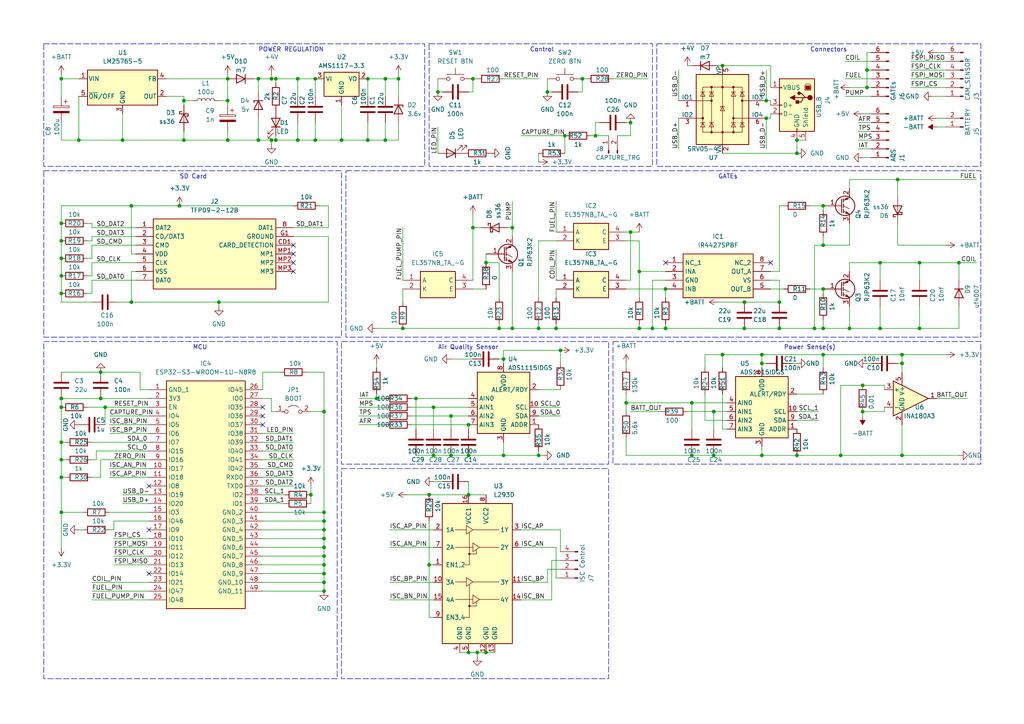
<source format=kicad_sch>
(kicad_sch (version 20230121) (generator eeschema)
  (paper "A4")
  (junction (at 91.44 22.86))
  (junction (at 251.46 20.32))
  (junction (at 93.98 161.29))
  (junction (at 109.22 115.57))
  (junction (at 156.21 132.08))
  (junction (at 144.78 95.25))
  (junction (at 140.97 76.2))
  (junction (at 93.98 166.37))
  (junction (at 93.98 156.21))
  (junction (at 130.81 132.08))
  (junction (at 17.78 80.01))
  (junction (at 78.74 40.64))
  (junction (at 120.65 115.57))
  (junction (at 66.04 40.64))
  (junction (at 250.19 111.76))
  (junction (at 38.1 87.63))
  (junction (at 74.93 40.64))
  (junction (at 156.21 95.25))
  (junction (at 90.17 143.51))
  (junction (at 222.25 29.21))
  (junction (at 29.21 115.57))
  (junction (at 215.9 95.25))
  (junction (at 251.46 25.4))
  (junction (at 93.98 168.91))
  (junction (at 124.46 143.51))
  (junction (at 111.76 40.64))
  (junction (at 17.78 22.86))
  (junction (at 17.78 74.93))
  (junction (at 66.04 29.21))
  (junction (at 185.42 78.74))
  (junction (at 124.46 163.83))
  (junction (at 200.66 116.84))
  (junction (at 148.59 95.25))
  (junction (at 209.55 102.87))
  (junction (at 266.7 76.2))
  (junction (at 222.25 34.29))
  (junction (at 181.61 116.84))
  (junction (at 261.62 102.87))
  (junction (at 106.68 40.64))
  (junction (at 99.06 40.64))
  (junction (at 226.06 95.25))
  (junction (at 63.5 87.63))
  (junction (at 261.62 132.08))
  (junction (at 255.27 95.25))
  (junction (at 189.23 95.25))
  (junction (at 243.84 132.08))
  (junction (at 162.56 101.6))
  (junction (at 260.35 52.07))
  (junction (at 125.73 118.11))
  (junction (at 200.66 132.08))
  (junction (at 238.76 71.12))
  (junction (at 78.74 22.86))
  (junction (at 135.89 132.08))
  (junction (at 161.29 95.25))
  (junction (at 17.78 115.57))
  (junction (at 74.93 22.86))
  (junction (at 182.88 67.31))
  (junction (at 135.89 123.19))
  (junction (at 22.86 40.64))
  (junction (at 106.68 22.86))
  (junction (at 163.83 39.37))
  (junction (at 278.13 76.2))
  (junction (at 17.78 118.11))
  (junction (at 17.78 133.35))
  (junction (at 30.48 118.11))
  (junction (at 266.7 95.25))
  (junction (at 17.78 128.27))
  (junction (at 246.38 95.25))
  (junction (at 231.14 132.08))
  (junction (at 250.19 119.38))
  (junction (at 29.21 107.95))
  (junction (at 261.62 105.41))
  (junction (at 115.57 22.86))
  (junction (at 238.76 59.69))
  (junction (at 158.75 26.67))
  (junction (at 53.34 29.21))
  (junction (at 35.56 40.64))
  (junction (at 17.78 85.09))
  (junction (at 209.55 19.05))
  (junction (at 125.73 132.08))
  (junction (at 220.98 132.08))
  (junction (at 220.98 102.87))
  (junction (at 168.91 22.86))
  (junction (at 17.78 148.59))
  (junction (at 93.98 153.67))
  (junction (at 93.98 148.59))
  (junction (at 53.34 40.64))
  (junction (at 137.16 66.04))
  (junction (at 52.07 59.69))
  (junction (at 148.59 66.04))
  (junction (at 17.78 64.77))
  (junction (at 231.14 44.45))
  (junction (at 182.88 35.56))
  (junction (at 140.97 189.23))
  (junction (at 255.27 76.2))
  (junction (at 231.14 40.64))
  (junction (at 135.89 143.51))
  (junction (at 238.76 102.87))
  (junction (at 137.16 22.86))
  (junction (at 185.42 95.25))
  (junction (at 93.98 163.83))
  (junction (at 215.9 87.63))
  (junction (at 207.01 132.08))
  (junction (at 17.78 138.43))
  (junction (at 66.04 22.86))
  (junction (at 130.81 120.65))
  (junction (at 226.06 87.63))
  (junction (at 138.43 189.23))
  (junction (at 80.01 40.64))
  (junction (at 93.98 171.45))
  (junction (at 86.36 22.86))
  (junction (at 193.04 83.82))
  (junction (at 146.05 132.08))
  (junction (at 238.76 95.25))
  (junction (at 91.44 40.64))
  (junction (at 116.84 95.25))
  (junction (at 93.98 119.38))
  (junction (at 80.01 22.86))
  (junction (at 207.01 119.38))
  (junction (at 86.36 40.64))
  (junction (at 17.78 69.85))
  (junction (at 93.98 151.13))
  (junction (at 135.89 189.23))
  (junction (at 238.76 83.82))
  (junction (at 193.04 95.25))
  (junction (at 146.05 104.14))
  (junction (at 236.22 95.25))
  (junction (at 38.1 59.69))
  (junction (at 220.98 105.41))
  (junction (at 172.72 39.37))
  (junction (at 111.76 22.86))
  (junction (at 93.98 158.75))
  (junction (at 127 26.67))
  (no_connect (at 85.09 76.2))
  (no_connect (at 85.09 71.12))
  (no_connect (at 43.18 140.97))
  (no_connect (at 76.2 120.65))
  (no_connect (at 85.09 73.66))
  (no_connect (at 193.04 76.2))
  (no_connect (at 43.18 166.37))
  (no_connect (at 85.09 78.74))
  (no_connect (at 223.52 76.2))
  (no_connect (at 43.18 153.67))
  (no_connect (at 76.2 123.19))
  (no_connect (at 76.2 118.11))
  (wire (pts (xy 181.61 83.82) (xy 193.04 83.82)))
  (wire (pts (xy 26.67 173.99) (xy 43.18 173.99)))
  (wire (pts (xy 26.67 85.09) (xy 26.67 81.28)))
  (wire (pts (xy 17.78 138.43) (xy 17.78 148.59)))
  (wire (pts (xy 17.78 128.27) (xy 19.05 128.27)))
  (wire (pts (xy 261.62 102.87) (xy 261.62 105.41)))
  (wire (pts (xy 156.21 118.11) (xy 162.56 118.11)))
  (wire (pts (xy 31.75 153.67) (xy 33.02 153.67)))
  (wire (pts (xy 76.2 158.75) (xy 93.98 158.75)))
  (wire (pts (xy 93.98 171.45) (xy 93.98 168.91)))
  (wire (pts (xy 31.75 138.43) (xy 43.18 138.43)))
  (wire (pts (xy 255.27 95.25) (xy 266.7 95.25)))
  (wire (pts (xy 115.57 40.64) (xy 115.57 35.56)))
  (wire (pts (xy 161.29 83.82) (xy 161.29 86.36)))
  (wire (pts (xy 17.78 64.77) (xy 17.78 69.85)))
  (wire (pts (xy 17.78 118.11) (xy 17.78 128.27)))
  (wire (pts (xy 270.51 27.94) (xy 274.32 27.94)))
  (wire (pts (xy 251.46 20.32) (xy 251.46 15.24)))
  (wire (pts (xy 245.11 17.78) (xy 252.73 17.78)))
  (wire (pts (xy 261.62 123.19) (xy 261.62 132.08)))
  (wire (pts (xy 25.4 74.93) (xy 26.67 74.93)))
  (wire (pts (xy 113.03 173.99) (xy 125.73 173.99)))
  (wire (pts (xy 91.44 27.94) (xy 91.44 22.86)))
  (wire (pts (xy 161.29 58.42) (xy 161.29 67.31)))
  (wire (pts (xy 104.14 118.11) (xy 111.76 118.11)))
  (wire (pts (xy 158.75 22.86) (xy 158.75 26.67)))
  (wire (pts (xy 189.23 81.28) (xy 189.23 95.25)))
  (wire (pts (xy 66.04 22.86) (xy 66.04 29.21)))
  (wire (pts (xy 209.55 114.3) (xy 209.55 124.46)))
  (wire (pts (xy 222.25 29.21) (xy 223.52 29.21)))
  (wire (pts (xy 76.2 151.13) (xy 93.98 151.13)))
  (wire (pts (xy 53.34 30.48) (xy 53.34 29.21)))
  (wire (pts (xy 167.64 26.67) (xy 168.91 26.67)))
  (wire (pts (xy 271.78 36.83) (xy 274.32 36.83)))
  (wire (pts (xy 135.89 143.51) (xy 140.97 143.51)))
  (wire (pts (xy 30.48 118.11) (xy 43.18 118.11)))
  (wire (pts (xy 17.78 85.09) (xy 17.78 87.63)))
  (wire (pts (xy 48.26 22.86) (xy 66.04 22.86)))
  (wire (pts (xy 226.06 78.74) (xy 226.06 59.69)))
  (wire (pts (xy 113.03 168.91) (xy 125.73 168.91)))
  (wire (pts (xy 91.44 35.56) (xy 91.44 40.64)))
  (wire (pts (xy 210.82 116.84) (xy 200.66 116.84)))
  (wire (pts (xy 231.14 121.92) (xy 237.49 121.92)))
  (wire (pts (xy 250.19 45.72) (xy 252.73 45.72)))
  (wire (pts (xy 124.46 163.83) (xy 125.73 163.83)))
  (wire (pts (xy 204.47 106.68) (xy 204.47 102.87)))
  (wire (pts (xy 161.29 72.39) (xy 161.29 81.28)))
  (wire (pts (xy 156.21 93.98) (xy 156.21 95.25)))
  (wire (pts (xy 74.93 22.86) (xy 74.93 26.67)))
  (wire (pts (xy 76.2 125.73) (xy 85.09 125.73)))
  (wire (pts (xy 113.03 153.67) (xy 125.73 153.67)))
  (wire (pts (xy 76.2 146.05) (xy 82.55 146.05)))
  (wire (pts (xy 156.21 130.81) (xy 156.21 132.08)))
  (wire (pts (xy 124.46 163.83) (xy 124.46 179.07)))
  (wire (pts (xy 53.34 29.21) (xy 53.34 27.94)))
  (wire (pts (xy 76.2 156.21) (xy 93.98 156.21)))
  (wire (pts (xy 238.76 59.69) (xy 238.76 60.96)))
  (wire (pts (xy 226.06 59.69) (xy 227.33 59.69)))
  (wire (pts (xy 177.8 22.86) (xy 187.96 22.86)))
  (wire (pts (xy 17.78 69.85) (xy 17.78 74.93)))
  (wire (pts (xy 93.98 153.67) (xy 93.98 151.13)))
  (wire (pts (xy 251.46 20.32) (xy 252.73 20.32)))
  (wire (pts (xy 76.2 161.29) (xy 93.98 161.29)))
  (wire (pts (xy 248.92 35.56) (xy 252.73 35.56)))
  (wire (pts (xy 22.86 40.64) (xy 35.56 40.64)))
  (wire (pts (xy 99.06 40.64) (xy 99.06 30.48)))
  (wire (pts (xy 35.56 40.64) (xy 53.34 40.64)))
  (wire (pts (xy 40.64 113.03) (xy 40.64 107.95)))
  (wire (pts (xy 246.38 52.07) (xy 246.38 54.61)))
  (wire (pts (xy 26.67 138.43) (xy 29.21 138.43)))
  (wire (pts (xy 172.72 39.37) (xy 171.45 39.37)))
  (wire (pts (xy 162.56 160.02) (xy 162.56 153.67)))
  (wire (pts (xy 93.98 107.95) (xy 93.98 119.38)))
  (wire (pts (xy 95.25 59.69) (xy 95.25 66.04)))
  (wire (pts (xy 220.98 102.87) (xy 220.98 105.41)))
  (wire (pts (xy 182.88 119.38) (xy 191.77 119.38)))
  (wire (pts (xy 266.7 76.2) (xy 266.7 81.28)))
  (wire (pts (xy 25.4 69.85) (xy 26.67 69.85)))
  (wire (pts (xy 146.05 128.27) (xy 146.05 132.08)))
  (wire (pts (xy 116.84 66.04) (xy 116.84 81.28)))
  (wire (pts (xy 106.68 27.94) (xy 106.68 22.86)))
  (wire (pts (xy 246.38 78.74) (xy 246.38 76.2)))
  (wire (pts (xy 148.59 78.74) (xy 148.59 95.25)))
  (wire (pts (xy 90.17 143.51) (xy 90.17 146.05)))
  (wire (pts (xy 73.66 22.86) (xy 74.93 22.86)))
  (wire (pts (xy 226.06 81.28) (xy 223.52 81.28)))
  (wire (pts (xy 66.04 30.48) (xy 66.04 29.21)))
  (wire (pts (xy 246.38 25.4) (xy 251.46 25.4)))
  (wire (pts (xy 144.78 86.36) (xy 144.78 76.2)))
  (wire (pts (xy 146.05 101.6) (xy 162.56 101.6)))
  (wire (pts (xy 130.81 104.14) (xy 137.16 104.14)))
  (wire (pts (xy 104.14 120.65) (xy 111.76 120.65)))
  (wire (pts (xy 92.71 59.69) (xy 95.25 59.69)))
  (wire (pts (xy 144.78 95.25) (xy 148.59 95.25)))
  (wire (pts (xy 264.16 25.4) (xy 274.32 25.4)))
  (wire (pts (xy 86.36 27.94) (xy 86.36 22.86)))
  (wire (pts (xy 156.21 46.99) (xy 156.21 44.45)))
  (wire (pts (xy 53.34 40.64) (xy 53.34 38.1)))
  (wire (pts (xy 86.36 35.56) (xy 86.36 40.64)))
  (wire (pts (xy 266.7 88.9) (xy 266.7 95.25)))
  (wire (pts (xy 222.25 34.29) (xy 222.25 43.18)))
  (wire (pts (xy 238.76 102.87) (xy 261.62 102.87)))
  (wire (pts (xy 93.98 166.37) (xy 93.98 163.83)))
  (wire (pts (xy 17.78 133.35) (xy 17.78 138.43)))
  (wire (pts (xy 17.78 138.43) (xy 19.05 138.43)))
  (wire (pts (xy 148.59 58.42) (xy 148.59 66.04)))
  (wire (pts (xy 24.13 153.67) (xy 22.86 153.67)))
  (wire (pts (xy 185.42 78.74) (xy 193.04 78.74)))
  (wire (pts (xy 135.89 26.67) (xy 137.16 26.67)))
  (wire (pts (xy 185.42 86.36) (xy 185.42 78.74)))
  (wire (pts (xy 251.46 15.24) (xy 252.73 15.24)))
  (wire (pts (xy 271.78 34.29) (xy 274.32 34.29)))
  (wire (pts (xy 76.2 133.35) (xy 85.09 133.35)))
  (wire (pts (xy 93.98 163.83) (xy 93.98 161.29)))
  (wire (pts (xy 161.29 158.75) (xy 161.29 167.64)))
  (wire (pts (xy 66.04 40.64) (xy 74.93 40.64)))
  (wire (pts (xy 115.57 22.86) (xy 115.57 27.94)))
  (wire (pts (xy 120.65 132.08) (xy 125.73 132.08)))
  (wire (pts (xy 26.67 74.93) (xy 26.67 71.12)))
  (wire (pts (xy 17.78 21.59) (xy 17.78 22.86)))
  (wire (pts (xy 223.52 78.74) (xy 226.06 78.74)))
  (wire (pts (xy 255.27 76.2) (xy 255.27 81.28)))
  (wire (pts (xy 278.13 95.25) (xy 278.13 88.9)))
  (wire (pts (xy 76.2 107.95) (xy 81.28 107.95)))
  (wire (pts (xy 181.61 114.3) (xy 181.61 116.84)))
  (wire (pts (xy 78.74 22.86) (xy 80.01 22.86)))
  (wire (pts (xy 17.78 80.01) (xy 17.78 85.09)))
  (wire (pts (xy 17.78 27.94) (xy 17.78 22.86)))
  (wire (pts (xy 220.98 132.08) (xy 220.98 129.54)))
  (wire (pts (xy 22.86 27.94) (xy 22.86 40.64)))
  (wire (pts (xy 181.61 69.85) (xy 185.42 69.85)))
  (wire (pts (xy 220.98 102.87) (xy 209.55 102.87)))
  (wire (pts (xy 35.56 146.05) (xy 43.18 146.05)))
  (wire (pts (xy 63.5 29.21) (xy 66.04 29.21)))
  (wire (pts (xy 106.68 40.64) (xy 111.76 40.64)))
  (wire (pts (xy 248.92 43.18) (xy 252.73 43.18)))
  (wire (pts (xy 116.84 83.82) (xy 116.84 87.63)))
  (wire (pts (xy 127 26.67) (xy 128.27 26.67)))
  (wire (pts (xy 256.54 113.03) (xy 256.54 111.76)))
  (wire (pts (xy 76.2 166.37) (xy 93.98 166.37)))
  (wire (pts (xy 38.1 73.66) (xy 38.1 59.69)))
  (wire (pts (xy 260.35 52.07) (xy 260.35 57.15)))
  (wire (pts (xy 146.05 101.6) (xy 146.05 104.14)))
  (wire (pts (xy 160.02 173.99) (xy 160.02 162.56)))
  (wire (pts (xy 76.2 163.83) (xy 93.98 163.83)))
  (wire (pts (xy 229.87 105.41) (xy 231.14 105.41)))
  (wire (pts (xy 220.98 105.41) (xy 222.25 105.41)))
  (wire (pts (xy 234.95 59.69) (xy 238.76 59.69)))
  (wire (pts (xy 137.16 62.23) (xy 137.16 66.04)))
  (wire (pts (xy 248.92 38.1) (xy 252.73 38.1)))
  (wire (pts (xy 168.91 26.67) (xy 168.91 22.86)))
  (wire (pts (xy 33.02 153.67) (xy 33.02 151.13)))
  (wire (pts (xy 146.05 104.14) (xy 146.05 105.41)))
  (wire (pts (xy 238.76 71.12) (xy 236.22 71.12)))
  (wire (pts (xy 93.98 148.59) (xy 76.2 148.59)))
  (wire (pts (xy 119.38 115.57) (xy 120.65 115.57)))
  (wire (pts (xy 220.98 132.08) (xy 231.14 132.08)))
  (wire (pts (xy 76.2 168.91) (xy 93.98 168.91)))
  (wire (pts (xy 88.9 107.95) (xy 93.98 107.95)))
  (wire (pts (xy 222.25 34.29) (xy 223.52 34.29)))
  (wire (pts (xy 93.98 168.91) (xy 93.98 166.37)))
  (wire (pts (xy 133.35 189.23) (xy 135.89 189.23)))
  (wire (pts (xy 207.01 119.38) (xy 210.82 119.38)))
  (wire (pts (xy 200.66 116.84) (xy 200.66 124.46)))
  (wire (pts (xy 33.02 151.13) (xy 43.18 151.13)))
  (wire (pts (xy 243.84 111.76) (xy 250.19 111.76)))
  (wire (pts (xy 199.39 119.38) (xy 207.01 119.38)))
  (wire (pts (xy 33.02 158.75) (xy 43.18 158.75)))
  (wire (pts (xy 76.2 138.43) (xy 85.09 138.43)))
  (wire (pts (xy 137.16 22.86) (xy 138.43 22.86)))
  (wire (pts (xy 27.94 133.35) (xy 26.67 133.35)))
  (wire (pts (xy 181.61 132.08) (xy 200.66 132.08)))
  (wire (pts (xy 63.5 87.63) (xy 95.25 87.63)))
  (wire (pts (xy 52.07 59.69) (xy 85.09 59.69)))
  (wire (pts (xy 76.2 128.27) (xy 85.09 128.27)))
  (wire (pts (xy 255.27 76.2) (xy 266.7 76.2)))
  (wire (pts (xy 119.38 120.65) (xy 130.81 120.65)))
  (wire (pts (xy 30.48 118.11) (xy 30.48 123.19)))
  (wire (pts (xy 255.27 88.9) (xy 255.27 95.25)))
  (wire (pts (xy 137.16 26.67) (xy 137.16 22.86)))
  (wire (pts (xy 76.2 153.67) (xy 93.98 153.67)))
  (wire (pts (xy 209.55 124.46) (xy 210.82 124.46)))
  (wire (pts (xy 80.01 39.37) (xy 80.01 40.64)))
  (wire (pts (xy 182.88 39.37) (xy 182.88 35.56)))
  (wire (pts (xy 231.14 132.08) (xy 243.84 132.08)))
  (wire (pts (xy 115.57 21.59) (xy 115.57 22.86)))
  (wire (pts (xy 261.62 132.08) (xy 278.13 132.08)))
  (wire (pts (xy 245.11 22.86) (xy 252.73 22.86)))
  (wire (pts (xy 113.03 158.75) (xy 125.73 158.75)))
  (wire (pts (xy 53.34 29.21) (xy 55.88 29.21)))
  (wire (pts (xy 66.04 21.59) (xy 66.04 22.86)))
  (wire (pts (xy 118.11 143.51) (xy 124.46 143.51)))
  (wire (pts (xy 25.4 80.01) (xy 26.67 80.01)))
  (wire (pts (xy 137.16 66.04) (xy 139.7 66.04)))
  (wire (pts (xy 31.75 148.59) (xy 43.18 148.59)))
  (wire (pts (xy 246.38 76.2) (xy 255.27 76.2)))
  (wire (pts (xy 111.76 27.94) (xy 111.76 22.86)))
  (wire (pts (xy 248.92 40.64) (xy 252.73 40.64)))
  (wire (pts (xy 39.37 78.74) (xy 38.1 78.74)))
  (wire (pts (xy 181.61 116.84) (xy 181.61 119.38)))
  (wire (pts (xy 106.68 22.86) (xy 111.76 22.86)))
  (wire (pts (xy 245.11 27.94) (xy 252.73 27.94)))
  (wire (pts (xy 125.73 118.11) (xy 135.89 118.11)))
  (wire (pts (xy 251.46 25.4) (xy 252.73 25.4)))
  (wire (pts (xy 38.1 78.74) (xy 38.1 87.63)))
  (wire (pts (xy 53.34 40.64) (xy 66.04 40.64)))
  (wire (pts (xy 256.54 119.38) (xy 256.54 118.11)))
  (wire (pts (xy 93.98 156.21) (xy 93.98 153.67)))
  (wire (pts (xy 17.78 118.11) (xy 17.78 115.57)))
  (wire (pts (xy 78.74 40.64) (xy 80.01 40.64)))
  (wire (pts (xy 196.85 34.29) (xy 196.85 43.18)))
  (wire (pts (xy 215.9 87.63) (xy 226.06 87.63)))
  (wire (pts (xy 158.75 26.67) (xy 160.02 26.67)))
  (wire (pts (xy 119.38 118.11) (xy 125.73 118.11)))
  (wire (pts (xy 182.88 67.31) (xy 185.42 67.31)))
  (wire (pts (xy 223.52 29.21) (xy 223.52 30.48)))
  (wire (pts (xy 135.89 132.08) (xy 146.05 132.08)))
  (wire (pts (xy 52.07 59.69) (xy 38.1 59.69)))
  (wire (pts (xy 146.05 22.86) (xy 156.21 22.86)))
  (wire (pts (xy 161.29 167.64) (xy 162.56 167.64)))
  (wire (pts (xy 80.01 22.86) (xy 80.01 24.13)))
  (wire (pts (xy 74.93 22.86) (xy 78.74 22.86)))
  (wire (pts (xy 181.61 105.41) (xy 181.61 106.68)))
  (wire (pts (xy 271.78 15.24) (xy 274.32 15.24)))
  (wire (pts (xy 26.67 80.01) (xy 26.67 76.2)))
  (wire (pts (xy 91.44 40.64) (xy 99.06 40.64)))
  (wire (pts (xy 246.38 88.9) (xy 246.38 95.25)))
  (wire (pts (xy 76.2 140.97) (xy 85.09 140.97)))
  (wire (pts (xy 106.68 35.56) (xy 106.68 40.64)))
  (wire (pts (xy 182.88 67.31) (xy 181.61 67.31)))
  (wire (pts (xy 236.22 71.12) (xy 236.22 95.25)))
  (wire (pts (xy 78.74 21.59) (xy 78.74 22.86)))
  (wire (pts (xy 125.73 132.08) (xy 130.81 132.08)))
  (wire (pts (xy 260.35 52.07) (xy 283.21 52.07)))
  (wire (pts (xy 189.23 95.25) (xy 193.04 95.25)))
  (wire (pts (xy 223.52 83.82) (xy 227.33 83.82)))
  (wire (pts (xy 250.19 119.38) (xy 250.19 120.65)))
  (wire (pts (xy 66.04 40.64) (xy 66.04 38.1)))
  (wire (pts (xy 109.22 95.25) (xy 116.84 95.25)))
  (wire (pts (xy 209.55 102.87) (xy 209.55 106.68)))
  (wire (pts (xy 38.1 59.69) (xy 17.78 59.69)))
  (wire (pts (xy 29.21 115.57) (xy 43.18 115.57)))
  (wire (pts (xy 29.21 107.95) (xy 17.78 107.95)))
  (wire (pts (xy 156.21 120.65) (xy 162.56 120.65)))
  (wire (pts (xy 116.84 95.25) (xy 144.78 95.25)))
  (wire (pts (xy 124.46 143.51) (xy 135.89 143.51)))
  (wire (pts (xy 140.97 73.66) (xy 140.97 76.2)))
  (wire (pts (xy 181.61 81.28) (xy 182.88 81.28)))
  (wire (pts (xy 124.46 151.13) (xy 124.46 163.83)))
  (wire (pts (xy 27.94 133.35) (xy 27.94 130.81)))
  (wire (pts (xy 130.81 120.65) (xy 135.89 120.65)))
  (wire (pts (xy 31.75 123.19) (xy 43.18 123.19)))
  (wire (pts (xy 246.38 52.07) (xy 260.35 52.07)))
  (wire (pts (xy 17.78 40.64) (xy 22.86 40.64)))
  (wire (pts (xy 246.38 64.77) (xy 246.38 71.12)))
  (wire (pts (xy 17.78 148.59) (xy 24.13 148.59)))
  (wire (pts (xy 243.84 111.76) (xy 243.84 132.08)))
  (wire (pts (xy 125.73 179.07) (xy 124.46 179.07)))
  (wire (pts (xy 193.04 95.25) (xy 215.9 95.25)))
  (wire (pts (xy 193.04 93.98) (xy 193.04 95.25)))
  (wire (pts (xy 147.32 66.04) (xy 148.59 66.04)))
  (wire (pts (xy 264.16 17.78) (xy 274.32 17.78)))
  (wire (pts (xy 109.22 106.68) (xy 109.22 105.41)))
  (wire (pts (xy 260.35 71.12) (xy 274.32 71.12)))
  (wire (pts (xy 76.2 135.89) (xy 85.09 135.89)))
  (wire (pts (xy 209.55 44.45) (xy 231.14 44.45)))
  (wire (pts (xy 163.83 44.45) (xy 163.83 39.37)))
  (wire (pts (xy 31.75 135.89) (xy 43.18 135.89)))
  (wire (pts (xy 160.02 162.56) (xy 162.56 162.56)))
  (wire (pts (xy 156.21 69.85) (xy 156.21 86.36)))
  (wire (pts (xy 168.91 22.86) (xy 170.18 22.86)))
  (wire (pts (xy 26.67 168.91) (xy 43.18 168.91)))
  (wire (pts (xy 161.29 69.85) (xy 156.21 69.85)))
  (wire (pts (xy 158.75 165.1) (xy 162.56 165.1)))
  (wire (pts (xy 26.67 71.12) (xy 39.37 71.12)))
  (wire (pts (xy 78.74 119.38) (xy 80.01 119.38)))
  (wire (pts (xy 204.47 121.92) (xy 210.82 121.92)))
  (wire (pts (xy 17.78 59.69) (xy 17.78 64.77)))
  (wire (pts (xy 26.67 171.45) (xy 43.18 171.45)))
  (wire (pts (xy 111.76 22.86) (xy 115.57 22.86)))
  (wire (pts (xy 243.84 132.08) (xy 261.62 132.08)))
  (wire (pts (xy 80.01 22.86) (xy 86.36 22.86)))
  (wire (pts (xy 120.65 115.57) (xy 135.89 115.57)))
  (wire (pts (xy 33.02 156.21) (xy 43.18 156.21)))
  (wire (pts (xy 74.93 34.29) (xy 74.93 40.64)))
  (wire (pts (xy 223.52 34.29) (xy 223.52 33.02)))
  (wire (pts (xy 120.65 115.57) (xy 120.65 124.46)))
  (wire (pts (xy 26.67 81.28) (xy 39.37 81.28)))
  (wire (pts (xy 17.78 22.86) (xy 22.86 22.86)))
  (wire (pts (xy 38.1 73.66) (xy 39.37 73.66)))
  (wire (pts (xy 236.22 95.25) (xy 238.76 95.25)))
  (wire (pts (xy 207.01 124.46) (xy 207.01 119.38)))
  (wire (pts (xy 156.21 132.08) (xy 157.48 132.08)))
  (wire (pts (xy 99.06 40.64) (xy 106.68 40.64)))
  (wire (pts (xy 26.67 128.27) (xy 43.18 128.27)))
  (wire (pts (xy 119.38 123.19) (xy 135.89 123.19)))
  (wire (pts (xy 172.72 35.56) (xy 172.72 39.37)))
  (wire (pts (xy 78.74 119.38) (xy 78.74 115.57)))
  (wire (pts (xy 264.16 20.32) (xy 274.32 20.32)))
  (wire (pts (xy 246.38 95.25) (xy 255.27 95.25)))
  (wire (pts (xy 200.66 132.08) (xy 207.01 132.08)))
  (wire (pts (xy 90.17 140.97) (xy 90.17 143.51)))
  (wire (pts (xy 80.01 40.64) (xy 86.36 40.64)))
  (wire (pts (xy 251.46 105.41) (xy 252.73 105.41)))
  (wire (pts (xy 185.42 93.98) (xy 185.42 95.25)))
  (wire (pts (xy 104.14 123.19) (xy 111.76 123.19)))
  (wire (pts (xy 250.19 33.02) (xy 252.73 33.02)))
  (wire (pts (xy 261.62 105.41) (xy 261.62 107.95)))
  (wire (pts (xy 231.14 44.45) (xy 231.14 40.64)))
  (wire (pts (xy 76.2 130.81) (xy 85.09 130.81)))
  (wire (pts (xy 33.02 161.29) (xy 43.18 161.29)))
  (wire (pts (xy 156.21 95.25) (xy 161.29 95.25)))
  (wire (pts (xy 181.61 116.84) (xy 200.66 116.84)))
  (wire (pts (xy 26.67 66.04) (xy 39.37 66.04)))
  (wire (pts (xy 93.98 161.29) (xy 93.98 158.75)))
  (wire (pts (xy 146.05 132.08) (xy 156.21 132.08)))
  (wire (pts (xy 130.81 120.65) (xy 130.81 124.46)))
  (wire (pts (xy 144.78 93.98) (xy 144.78 95.25)))
  (wire (pts (xy 40.64 107.95) (xy 29.21 107.95)))
  (wire (pts (xy 208.28 19.05) (xy 209.55 19.05)))
  (wire (pts (xy 151.13 173.99) (xy 160.02 173.99)))
  (wire (pts (xy 130.81 132.08) (xy 135.89 132.08)))
  (wire (pts (xy 135.89 124.46) (xy 135.89 123.19)))
  (wire (pts (xy 144.78 104.14) (xy 146.05 104.14)))
  (wire (pts (xy 173.99 35.56) (xy 172.72 35.56)))
  (wire (pts (xy 111.76 35.56) (xy 111.76 40.64)))
  (wire (pts (xy 43.18 113.03) (xy 40.64 113.03)))
  (wire (pts (xy 31.75 125.73) (xy 43.18 125.73)))
  (wire (pts (xy 138.43 189.23) (xy 140.97 189.23)))
  (wire (pts (xy 17.78 115.57) (xy 29.21 115.57)))
  (wire (pts (xy 220.98 105.41) (xy 220.98 106.68)))
  (wire (pts (xy 95.25 68.58) (xy 85.09 68.58)))
  (wire (pts (xy 17.78 74.93) (xy 17.78 80.01)))
  (wire (pts (xy 144.78 76.2) (xy 140.97 76.2)))
  (wire (pts (xy 266.7 76.2) (xy 278.13 76.2)))
  (wire (pts (xy 179.07 39.37) (xy 182.88 39.37)))
  (wire (pts (xy 26.67 68.58) (xy 39.37 68.58)))
  (wire (pts (xy 278.13 76.2) (xy 278.13 81.28)))
  (wire (pts (xy 33.02 163.83) (xy 43.18 163.83)))
  (wire (pts (xy 185.42 69.85) (xy 185.42 78.74)))
  (wire (pts (xy 63.5 87.63) (xy 63.5 88.9)))
  (wire (pts (xy 264.16 22.86) (xy 274.32 22.86)))
  (wire (pts (xy 104.14 115.57) (xy 109.22 115.57)))
  (wire (pts (xy 127 36.83) (xy 127 44.45)))
  (wire (pts (xy 137.16 66.04) (xy 137.16 81.28)))
  (wire (pts (xy 234.95 83.82) (xy 238.76 83.82)))
  (wire (pts (xy 125.73 139.7) (xy 128.27 139.7)))
  (wire (pts (xy 260.35 105.41) (xy 261.62 105.41)))
  (wire (pts (xy 208.28 87.63) (xy 215.9 87.63)))
  (wire (pts (xy 76.2 107.95) (xy 76.2 113.03)))
  (wire (pts (xy 17.78 148.59) (xy 17.78 158.75)))
  (wire (pts (xy 34.29 87.63) (xy 38.1 87.63)))
  (wire (pts (xy 93.98 158.75) (xy 93.98 156.21)))
  (wire (pts (xy 38.1 87.63) (xy 63.5 87.63)))
  (wire (pts (xy 238.76 102.87) (xy 238.76 106.68)))
  (wire (pts (xy 95.25 68.58) (xy 95.25 87.63)))
  (wire (pts (xy 17.78 128.27) (xy 17.78 133.35)))
  (wire (pts (xy 29.21 138.43) (xy 29.21 133.35)))
  (wire (pts (xy 162.56 153.67) (xy 151.13 153.67)))
  (wire (pts (xy 48.26 27.94) (xy 53.34 27.94)))
  (wire (pts (xy 193.04 86.36) (xy 193.04 83.82)))
  (wire (pts (xy 25.4 64.77) (xy 26.67 64.77)))
  (wire (pts (xy 266.7 95.25) (xy 278.13 95.25)))
  (wire (pts (xy 163.83 39.37) (xy 151.13 39.37)))
  (wire (pts (xy 86.36 22.86) (xy 91.44 22.86)))
  (wire (pts (xy 231.14 40.64) (xy 233.68 40.64)))
  (wire (pts (xy 182.88 81.28) (xy 182.88 67.31)))
  (wire (pts (xy 138.43 189.23) (xy 138.43 190.5)))
  (wire (pts (xy 86.36 40.64) (xy 91.44 40.64)))
  (wire (pts (xy 215.9 95.25) (xy 226.06 95.25)))
  (wire (pts (xy 135.89 189.23) (xy 138.43 189.23)))
  (wire (pts (xy 158.75 168.91) (xy 158.75 165.1)))
  (wire (pts (xy 182.88 35.56) (xy 181.61 35.56)))
  (wire (pts (xy 271.78 115.57) (xy 280.67 115.57)))
  (wire (pts (xy 172.72 39.37) (xy 176.53 39.37)))
  (wire (pts (xy 204.47 102.87) (xy 209.55 102.87)))
  (wire (pts (xy 109.22 114.3) (xy 109.22 115.57)))
  (wire (pts (xy 181.61 127) (xy 181.61 132.08)))
  (wire (pts (xy 26.67 69.85) (xy 26.67 68.58)))
  (wire (pts (xy 220.98 102.87) (xy 238.76 102.87)))
  (wire (pts (xy 151.13 158.75) (xy 161.29 158.75)))
  (wire (pts (xy 231.14 119.38) (xy 237.49 119.38)))
  (wire (pts (xy 246.38 71.12) (xy 238.76 71.12)))
  (wire (pts (xy 278.13 76.2) (xy 283.21 76.2)))
  (wire (pts (xy 25.4 85.09) (xy 26.67 85.09)))
  (wire (pts (xy 238.76 92.71) (xy 238.76 95.25)))
  (wire (pts (xy 140.97 189.23) (xy 143.51 189.23)))
  (wire (pts (xy 35.56 143.51) (xy 43.18 143.51)))
  (wire (pts (xy 90.17 119.38) (xy 93.98 119.38)))
  (wire (pts (xy 135.89 139.7) (xy 135.89 143.51)))
  (wire (pts (xy 25.4 118.11) (xy 30.48 118.11)))
  (wire (pts (xy 31.75 120.65) (xy 43.18 120.65)))
  (wire (pts (xy 93.98 119.38) (xy 93.98 148.59)))
  (wire (pts (xy 127 22.86) (xy 127 26.67)))
  (wire (pts (xy 78.74 115.57) (xy 76.2 115.57)))
  (wire (pts (xy 35.56 33.02) (xy 35.56 40.64)))
  (wire (pts (xy 196.85 20.32) (xy 196.85 29.21)))
  (wire (pts (xy 226.06 87.63) (xy 226.06 81.28)))
  (wire (pts (xy 85.09 66.04) (xy 95.25 66.04)))
  (wire (pts (xy 29.21 133.35) (xy 43.18 133.35)))
  (wire (pts (xy 204.47 114.3) (xy 204.47 121.92)))
  (wire (pts (xy 111.76 40.64) (xy 115.57 40.64)))
  (wire (pts (xy 222.25 20.32) (xy 222.25 29.21)))
  (wire (pts (xy 193.04 81.28) (xy 189.23 81.28)))
  (wire (pts (xy 26.67 76.2) (xy 39.37 76.2)))
  (wire (pts (xy 238.76 114.3) (xy 231.14 114.3)))
  (wire (pts (xy 109.22 115.57) (xy 111.76 115.57)))
  (wire (pts (xy 17.78 35.56) (xy 17.78 40.64)))
  (wire (pts (xy 251.46 25.4) (xy 251.46 20.32)))
  (wire (pts (xy 161.29 93.98) (xy 161.29 95.25)))
  (wire (pts (xy 250.19 119.38) (xy 256.54 119.38)))
  (wire (pts (xy 26.67 64.77) (xy 26.67 66.04)))
  (wire (pts (xy 17.78 133.35) (xy 19.05 133.35)))
  (wire (pts (xy 238.76 83.82) (xy 238.76 85.09)))
  (wire (pts (xy 151.13 168.91) (xy 158.75 168.91)))
  (wire (pts (xy 78.74 40.64) (xy 78.74 41.91)))
  (wire (pts (xy 207.01 132.08) (xy 220.98 132.08)))
  (wire (pts (xy 226.06 95.25) (xy 236.22 95.25)))
  (wire (pts (xy 148.59 66.04) (xy 148.59 68.58)))
  (wire (pts (xy 93.98 151.13) (xy 93.98 148.59)))
  (wire (pts (xy 199.39 19.05) (xy 200.66 19.05)))
  (wire (pts (xy 161.29 95.25) (xy 185.42 95.25)))
  (wire (pts (xy 162.56 101.6) (xy 162.56 105.41)))
  (wire (pts (xy 76.2 143.51) (xy 82.55 143.51)))
  (wire (pts (xy 125.73 118.11) (xy 125.73 124.46)))
  (wire (pts (xy 185.42 95.25) (xy 189.23 95.25)))
  (wire (pts (xy 209.55 19.05) (xy 223.52 19.05)))
  (wire (pts (xy 238.76 71.12) (xy 238.76 68.58)))
  (wire (pts (xy 223.52 19.05) (xy 223.52 25.4)))
  (wire (pts (xy 148.59 95.25) (xy 156.21 95.25)))
  (wire (pts (xy 74.93 40.64) (xy 78.74 40.64)))
  (wire (pts (xy 261.62 102.87) (xy 274.32 102.87)))
  (wire (pts (xy 27.94 130.81) (xy 43.18 130.81)))
  (wire (pts (xy 76.2 171.45) (xy 93.98 171.45)))
  (wire (pts (xy 238.76 95.25) (xy 246.38 95.25)))
  (wire (pts (xy 162.56 113.03) (xy 156.21 113.03)))
  (wire (pts (xy 260.35 64.77) (xy 260.35 71.12)))
  (wire (pts (xy 17.78 87.63) (xy 26.67 87.63)))
  (wire (pts (xy 250.19 111.76) (xy 256.54 111.76)))
  (wire (pts (xy 137.16 83.82) (xy 140.97 83.82)))
  (rectangle (start 12.7 12.7) (end 123.19 48.26) (stroke (width 0) (type dash)))
  (rectangle (start 12.7 49.53) (end 99.06 97.79) (stroke (width 0) (type dash)))
  (rectangle (start 177.8 99.06) (end 284.48 134.62) (stroke (width 0) (type dash)))
  (rectangle (start 190.5 12.7) (end 284.48 48.26) (stroke (width 0) (type dash)))
  (rectangle (start 100.33 49.53) (end 284.48 97.79) (stroke (width 0) (type dash)))
  (rectangle (start 124.46 12.7) (end 189.23 48.26) (stroke (width 0) (type dash)))
  (rectangle (start 12.7 99.06) (end 97.79 196.85) (stroke (width 0) (type dash)))
  (rectangle (start 99.06 135.89) (end 176.53 196.85) (stroke (width 0) (type dash)))
  (rectangle (start 99.06 99.06) (end 176.53 134.62) (stroke (width 0) (type dash)))
  (text "POWER REGULATION" (at 74.93 15.24 0) (effects (font (size 1.27 1.27)) (justify left bottom)))
  (text "Connectors" (at 234.95 15.24 0) (effects (font (size 1.27 1.27)) (justify left bottom)))
  (text "Power Sense(s)" (at 227.33 101.6 0) (effects (font (size 1.27 1.27)) (justify left bottom)))
  (text "MCU" (at 55.88 101.6 0) (effects (font (size 1.27 1.27)) (justify left bottom)))
  (text "GATEs" (at 208.28 52.07 0) (effects (font (size 1.27 1.27)) (justify left bottom)))
  (text "Control" (at 153.67 15.24 0) (effects (font (size 1.27 1.27)) (justify left bottom)))
  (text "SD Card" (at 52.07 52.07 0) (effects (font (size 1.27 1.27)) (justify left bottom)))
  (text "Air Quality Sensor" (at 127 101.6 0) (effects (font (size 1.27 1.27)) (justify left bottom)))
  (label "BATT_OUT" (at 182.88 119.38 0))
  (label "SD_DAT3" (at 85.09 138.43 180))
  (label "CAPTURE_PIN" (at 151.13 39.37 0))
  (label "SDA_0" (at 36.83 128.27 0))
  (label "ZERO_PIN" (at 33.02 133.35 0))
  (label "RESET_PIN" (at 33.02 118.11 0))
  (label "ISC_AN" (at 151.13 158.75 0))
  (label "SCL_0" (at 162.56 118.11 180))
  (label "SD_DAT2" (at 85.09 140.97 180))
  (label "SD_DAT3" (at 27.94 68.58 0))
  (label "SD_DAT2" (at 27.94 66.04 0))
  (label "USB_D+" (at 35.56 146.05 0))
  (label "PUMP" (at 245.11 27.94 0))
  (label "IAT" (at 104.14 115.57 0))
  (label "ISC_AP_PIN" (at 113.03 153.67 0))
  (label "ISC_BP_PIN" (at 31.75 125.73 0))
  (label "CAPTURE_PIN" (at 31.75 120.65 0))
  (label "SCL_0" (at 36.83 130.81 0))
  (label "SDA_1" (at 82.55 146.05 180))
  (label "SCL_1" (at 237.49 119.38 180))
  (label "FSPI_CS" (at 33.02 156.21 0))
  (label "AFR" (at 104.14 123.19 0))
  (label "SDA_1" (at 237.49 121.92 180))
  (label "SD_CMD" (at 85.09 135.89 180))
  (label "FUEL_PUMP_PIN" (at 116.84 66.04 270))
  (label "SD_DAT1" (at 93.98 66.04 180))
  (label "ISC_AN_PIN" (at 31.75 135.89 0))
  (label "FSPI_MISO" (at 264.16 17.78 0))
  (label "TPS" (at 104.14 120.65 0))
  (label "LED_PIN" (at 85.09 125.73 180))
  (label "MPS" (at 248.92 40.64 0))
  (label "SD_DAT1" (at 85.09 128.27 180))
  (label "FSPI_MOSI" (at 33.02 158.75 0))
  (label "ISC_BP" (at 151.13 168.91 0))
  (label "COIL_PIN" (at 161.29 72.39 270))
  (label "SD_DAT0" (at 27.94 81.28 0))
  (label "FSPI_MOSI" (at 264.16 22.86 0))
  (label "ISC_AN_PIN" (at 113.03 158.75 0))
  (label "ISC_AP" (at 151.13 153.67 0))
  (label "RESET_PIN" (at 156.21 22.86 180))
  (label "USB_D+" (at 196.85 43.18 90))
  (label "PUMP" (at 148.59 58.42 270))
  (label "FUEL_PUMP_PIN" (at 26.67 173.99 0))
  (label "USB_D-" (at 196.85 20.32 270))
  (label "SD_CLK" (at 85.09 133.35 180))
  (label "SD_CMD" (at 27.94 71.12 0))
  (label "SCL_1" (at 82.55 143.51 180))
  (label "FUEL_PIN" (at 26.67 171.45 0))
  (label "SD_CLK" (at 27.94 76.2 0))
  (label "SD_DAT0" (at 85.09 130.81 180))
  (label "FSPI_CLK" (at 264.16 20.32 0))
  (label "FUEL_PIN" (at 161.29 58.42 270))
  (label "USB_D-" (at 222.25 43.18 90))
  (label "COIL" (at 283.21 76.2 180))
  (label "FSPI_CLK" (at 33.02 161.29 0))
  (label "ISC_BN" (at 151.13 173.99 0))
  (label "FUEL" (at 245.11 22.86 0))
  (label "ZERO_PIN" (at 187.96 22.86 180))
  (label "ISC_BN_PIN" (at 31.75 123.19 0))
  (label "COIL_PIN" (at 26.67 168.91 0))
  (label "TPS" (at 248.92 38.1 0))
  (label "FSPI_CS" (at 264.16 25.4 0))
  (label "MPS" (at 104.14 118.11 0))
  (label "COIL" (at 245.11 17.78 0))
  (label "BATT_OUT" (at 280.67 115.57 180))
  (label "IAT" (at 248.92 43.18 0))
  (label "FUEL" (at 283.21 52.07 180))
  (label "FSPI_MISO" (at 33.02 163.83 0))
  (label "AFR" (at 248.92 35.56 0))
  (label "USB_D+" (at 222.25 20.32 270))
  (label "ISC_AP_PIN" (at 31.75 138.43 0))
  (label "ISC_BN_PIN" (at 113.03 173.99 0))
  (label "LED_PIN" (at 127 36.83 270))
  (label "SDA_0" (at 162.56 120.65 180))
  (label "USB_D-" (at 35.56 143.51 0))
  (label "ISC_BP_PIN" (at 113.03 168.91 0))
  (symbol (lib_id "power:+5V") (at 271.78 15.24 90) (unit 1)
    (property "Reference" "#PWR033" (effects hide))
    (property "Value" "+5V" (at 267.97 15.24 90) (effects (justify left)))
  )
  (symbol (lib_id "Device:R") (at 250.19 115.57 0) (unit 1)
    (property "Reference" "R45" (at 250.19 114.3 90) (effects (justify right)))
    (property "Value" "0.01" (at 252.73 114.3 90) (effects (justify right)))
    (property "Footprint" "MyLibrary:RESC10052X106N" (effects hide))
  )
  (symbol (lib_id "power:GND") (at 182.88 35.56 180) (unit 1)
    (property "Reference" "#PWR041" (effects hide))
    (property "Value" "GND" (at 182.88 30.48 0))
  )
  (symbol (lib_id "power:GND") (at 127 26.67 0) (unit 1)
    (property "Reference" "#PWR010" (effects hide))
    (property "Value" "GND" (at 127 31.75 0))
  )
  (symbol (lib_id "Device:R") (at 160.02 44.45 270) (unit 1)
    (property "Reference" "R53" (at 158.75 44.45 90) (effects (justify left)))
    (property "Value" "1k" (at 158.75 41.91 90) (effects (justify left)))
    (property "Footprint" "Resistor_SMD:R_0603_1608Metric_Pad0.98x0.95mm_HandSolder" (effects hide))
  )
  (symbol (lib_id "Device:R") (at 185.42 90.17 180) (unit 1)
    (property "Reference" "R1" (at 185.42 88.9 90) (effects (justify left)))
    (property "Value" "10k" (at 182.88 88.9 90) (effects (justify left)))
    (property "Footprint" "Resistor_SMD:R_0603_1608Metric_Pad0.98x0.95mm_HandSolder" (effects hide))
  )
  (symbol (lib_id "Device:R") (at 88.9 59.69 90) (unit 1)
    (property "Reference" "R21" (at 88.9 59.69 90))
    (property "Value" "10k" (at 88.9 57.15 90))
    (property "Footprint" "Resistor_SMD:R_0603_1608Metric" (effects hide))
  )
  (symbol (lib_id "power:+4V") (at 78.74 21.59 0) (unit 1)
    (property "Reference" "#PWR032" (effects hide))
    (property "Value" "+4V" (at 78.74 16.51 0))
  )
  (symbol (lib_id "Device:R") (at 21.59 85.09 90) (unit 1)
    (property "Reference" "R16" (at 21.59 85.09 90))
    (property "Value" "10k" (at 21.59 82.55 90))
    (property "Footprint" "Resistor_SMD:R_0603_1608Metric" (effects hide))
  )
  (symbol (lib_id "power:+BATT") (at 246.38 25.4 90) (unit 1)
    (property "Reference" "#PWR040" (effects hide))
    (property "Value" "+BATT" (at 242.57 22.86 0) (effects (justify right)))
  )
  (symbol (lib_id "Device:R") (at 238.76 88.9 0) (unit 1)
    (property "Reference" "R10" (at 238.76 90.17 90) (effects (justify left)))
    (property "Value" "1k" (at 241.3 90.17 90) (effects (justify left)))
    (property "Footprint" "Resistor_SMD:R_0603_1608Metric_Pad0.98x0.95mm_HandSolder" (effects hide))
  )
  (symbol (lib_id "Device:C") (at 120.65 128.27 180) (unit 1)
    (property "Reference" "C29" (at 123.19 133.35 0) (effects (justify left)))
    (property "Value" "100n" (at 123.19 130.81 0) (effects (justify left)))
    (property "Footprint" "Capacitor_SMD:C_0603_1608Metric" (effects hide))
  )
  (symbol (lib_id "Device:L") (at 59.69 29.21 90) (unit 1)
    (property "Reference" "L1" (at 59.69 24.13 90))
    (property "Value" "100u" (at 59.69 26.67 90))
    (property "Footprint" "MyLibrary:INDPM102100X400N" (effects hide))
  )
  (symbol (lib_id "My_Library:ESP32-S3-WROOM-1U-N8R8") (at 43.18 113.03 0) (unit 1)
    (property "Reference" "IC4" (at 59.69 105.41 0))
    (property "Value" "ESP32-S3-WROOM-1U-N8R8" (at 59.69 107.95 0))
    (property "Footprint" "MyLibrary:ESP32S3WROOM1UN4" (effects hide))
    (property "Datasheet" "https://www.espressif.com/sites/default/files/documentation/esp32-s3-wroom-1_wroom-1u_datasheet_en.pdf" (effects hide))
    (property "Height" "3.35" (effects hide))
    (property "Manufacturer_Name" "Espressif Systems" (effects hide))
    (property "Manufacturer_Part_Number" "ESP32-S3-WROOM-1U-N8R8" (effects hide))
    (property "Mouser Part Number" "356-ESP32S3WRM1UN8R8" (effects hide))
    (property "Mouser Price/Stock" "https://www.mouser.co.uk/ProductDetail/Espressif-Systems/ESP32-S3-WROOM-1U-N8R8?qs=Li%252BoUPsLEnvOglIa3CypaQ%3D%3D" (effects hide))
  )
  (symbol (lib_id "power:+BATT") (at 208.28 87.63 90) (unit 1)
    (property "Reference" "#PWR020" (effects hide))
    (property "Value" "+BATT" (at 204.47 87.63 90) (effects (justify left)))
  )
  (symbol (lib_id "Device:C") (at 29.21 111.76 0) (unit 1)
    (property "Reference" "C4" (at 33.02 110.49 0) (effects (justify left)))
    (property "Value" "100n" (at 33.02 113.03 0) (effects (justify left)))
    (property "Footprint" "Capacitor_SMD:C_0603_1608Metric" (effects hide))
  )
  (symbol (lib_id "Device:C") (at 215.9 91.44 0) (unit 1)
    (property "Reference" "C19" (at 212.09 92.71 0) (effects (justify right)))
    (property "Value" "22u" (at 212.09 90.17 0) (effects (justify right)))
    (property "Footprint" "Capacitor_SMD:C_0805_2012Metric_Pad1.18x1.45mm_HandSolder" (effects hide))
  )
  (symbol (lib_id "power:-BATT") (at 271.78 36.83 90) (unit 1)
    (property "Reference" "#PWR043" (effects hide))
    (property "Value" "-BATT" (at 267.97 36.83 90) (effects (justify left)))
  )
  (symbol (lib_id "Device:C_Polarized") (at 17.78 31.75 0) (mirror y) (unit 1)
    (property "Reference" "C8" (at 13.97 39.37 90) (effects (justify left)))
    (property "Value" "100u" (at 16.51 39.37 90) (effects (justify left)))
    (property "Footprint" "Capacitor_SMD:CP_Elec_10x10" (effects hide))
  )
  (symbol (lib_id "power:GND") (at 251.46 105.41 270) (unit 1)
    (property "Reference" "#PWR018" (effects hide))
    (property "Value" "GND" (at 248.92 105.41 90) (effects (justify right)))
  )
  (symbol (lib_id "Device:C") (at 17.78 111.76 0) (unit 1)
    (property "Reference" "C3" (at 21.59 110.49 0) (effects (justify left)))
    (property "Value" "22u" (at 21.59 113.03 0) (effects (justify left)))
    (property "Footprint" "Capacitor_SMD:C_0603_1608Metric" (effects hide))
  )
  (symbol (lib_id "Device:R") (at 231.14 59.69 270) (unit 1)
    (property "Reference" "R15" (at 229.87 59.69 90) (effects (justify left)))
    (property "Value" "0" (at 229.87 62.23 90) (effects (justify left)))
    (property "Footprint" "Resistor_SMD:R_0603_1608Metric_Pad0.98x0.95mm_HandSolder" (effects hide))
  )
  (symbol (lib_id "Device:C") (at 30.48 87.63 90) (mirror x) (unit 1)
    (property "Reference" "C16" (at 33.02 91.44 90) (effects (justify left)))
    (property "Value" "100n" (at 33.02 93.98 90) (effects (justify left)))
    (property "Footprint" "Capacitor_SMD:C_0603_1608Metric_Pad1.08x0.95mm_HandSolder" (effects hide))
  )
  (symbol (lib_id "Connector:Conn_01x06_Pin") (at 257.81 22.86 180) (unit 1)
    (property "Reference" "J6" (at 261.62 29.21 90) (effects (justify right)))
    (property "Value" "GATEs" (at 259.08 29.21 90) (effects (justify right)))
    (property "Footprint" "Connector_Molex:Molex_KK-396_5273-06A_1x06_P3.96mm_Vertical" (effects hide))
  )
  (symbol (lib_id "Device:LED") (at 80.01 35.56 270) (mirror x) (unit 1)
    (property "Reference" "D1" (at 83.82 35.56 90) (effects (justify right)))
    (property "Value" "LED" (at 83.82 38.1 90) (effects (justify right)))
    (property "Footprint" "LED_SMD:LED_0603_1608Metric_Pad1.05x0.95mm_HandSolder" (effects hide))
  )
  (symbol (lib_id "Connector:Conn_01x06_Pin") (at 257.81 40.64 180) (unit 1)
    (property "Reference" "J1" (at 261.62 46.99 90) (effects (justify right)))
    (property "Value" "AQS" (at 259.08 46.99 90) (effects (justify right)))
    (property "Footprint" "Connector_JST:JST_XH_B6B-XH-A_1x06_P2.50mm_Vertical" (effects hide))
  )
  (symbol (lib_id "power:+3.3V") (at 156.21 46.99 270) (unit 1)
    (property "Reference" "#PWR042" (effects hide))
    (property "Value" "+3.3V" (at 160.02 46.99 90) (effects (justify left)))
  )
  (symbol (lib_id "Device:C") (at 86.36 31.75 0) (unit 1)
    (property "Reference" "C7" (at 82.55 30.48 90) (effects (justify left)))
    (property "Value" "22u" (at 85.09 30.48 90) (effects (justify left)))
    (property "Footprint" "Capacitor_SMD:C_0805_2012Metric_Pad1.18x1.45mm_HandSolder" (effects hide))
  )
  (symbol (lib_id "Device:R") (at 181.61 110.49 180) (unit 1)
    (property "Reference" "R47" (at 181.61 109.22 90) (effects (justify left)))
    (property "Value" "130k" (at 184.15 109.22 90) (effects (justify left)))
    (property "Footprint" "Resistor_SMD:R_0603_1608Metric_Pad0.98x0.95mm_HandSolder" (effects hide))
  )
  (symbol (lib_id "Connector:Conn_01x02_Pin") (at 279.4 36.83 180) (unit 1)
    (property "Reference" "J5" (at 283.21 39.37 90) (effects (justify right)))
    (property "Value" "BATTERY" (at 280.67 39.37 90) (effects (justify right)))
    (property "Footprint" "Connector_Molex:Molex_KK-396_5273-02A_1x02_P3.96mm_Vertical" (effects hide))
  )
  (symbol (lib_id "Device:D_Schottky") (at 260.35 60.96 90) (unit 1)
    (property "Reference" "D6" (at 257.81 62.5475 90) (effects (justify left)))
    (property "Value" "ss36" (at 257.81 60.0075 90) (effects (justify left)))
    (property "Footprint" "Diode_SMD:D_SMC" (effects hide))
  )
  (symbol (lib_id "Device:C") (at 207.01 128.27 180) (unit 1)
    (property "Reference" "C24" (at 209.55 133.35 0) (effects (justify left)))
    (property "Value" "100n" (at 209.55 130.81 0) (effects (justify left)))
    (property "Footprint" "Capacitor_SMD:C_0603_1608Metric" (effects hide))
  )
  (symbol (lib_id "Power_Protection:SRV05-4") (at 209.55 31.75 0) (unit 1)
    (property "Reference" "U7" (at 208.28 45.72 0) (effects (justify right)))
    (property "Value" "SRV05-4" (at 208.28 43.18 0) (effects (justify right)))
    (property "Footprint" "Package_TO_SOT_SMD:SOT-23-6" (effects hide))
    (property "Datasheet" "http://www.onsemi.com/pub/Collateral/SRV05-4-D.PDF" (effects hide))
  )
  (symbol (lib_id "power:GND") (at 93.98 171.45 0) (unit 1)
    (property "Reference" "#PWR08" (effects hide))
    (property "Value" "GND" (at 93.98 176.53 0))
  )
  (symbol (lib_id "Device:R") (at 204.47 110.49 0) (mirror x) (unit 1)
    (property "Reference" "R24" (at 204.47 109.22 90) (effects (justify left)))
    (property "Value" "10k" (at 201.93 109.22 90) (effects (justify left)))
    (property "Footprint" "Resistor_SMD:R_0603_1608Metric_Pad0.98x0.95mm_HandSolder" (effects hide))
  )
  (symbol (lib_id "Device:R") (at 156.21 127 180) (unit 1)
    (property "Reference" "R35" (at 156.21 125.73 90) (effects (justify left)))
    (property "Value" "10k" (at 158.75 125.73 90) (effects (justify left)))
    (property "Footprint" "Resistor_SMD:R_0603_1608Metric_Pad0.98x0.95mm_HandSolder" (effects hide))
  )
  (symbol (lib_id "Device:R") (at 115.57 120.65 90) (unit 1)
    (property "Reference" "R37" (at 116.84 120.65 90) (effects (justify left)))
    (property "Value" "100" (at 113.03 120.65 90) (effects (justify left)))
    (property "Footprint" "Resistor_SMD:R_0603_1608Metric_Pad0.98x0.95mm_HandSolder" (effects hide))
  )
  (symbol (lib_id "power:GND") (at 250.19 45.72 270) (unit 1)
    (property "Reference" "#PWR031" (effects hide))
    (property "Value" "GND" (at 246.38 45.72 90) (effects (justify right)))
  )
  (symbol (lib_id "Device:R") (at 21.59 69.85 90) (unit 1)
    (property "Reference" "R19" (at 21.59 69.85 90))
    (property "Value" "10k" (at 21.59 67.31 90))
    (property "Footprint" "Resistor_SMD:R_0603_1608Metric" (effects hide))
  )
  (symbol (lib_id "Connector:Conn_01x06_Pin") (at 279.4 22.86 180) (unit 1)
    (property "Reference" "J3" (at 283.21 29.21 90) (effects (justify right)))
    (property "Value" "CAM_SENSOR" (at 280.67 29.21 90) (effects (justify right)))
    (property "Footprint" "Connector_JST:JST_XH_B6B-XH-A_1x06_P2.50mm_Vertical" (effects hide))
  )
  (symbol (lib_id "power:+5V") (at 66.04 21.59 0) (unit 1)
    (property "Reference" "#PWR015" (effects hide))
    (property "Value" "+5V" (at 66.04 16.51 0))
  )
  (symbol (lib_id "power:GND") (at 130.81 104.14 270) (unit 1)
    (property "Reference" "#PWR026" (effects hide))
    (property "Value" "GND" (at 127 104.14 90) (effects (justify right)))
  )
  (symbol (lib_id "Switch:SW_Push") (at 132.08 22.86 0) (unit 1)
    (property "Reference" "SW1" (at 132.08 15.24 0))
    (property "Value" "RESET BTN" (at 132.08 17.78 0))
    (property "Footprint" "Button_Switch_SMD:SW_SPST_PTS810" (effects hide))
  )
  (symbol (lib_id "Device:R") (at 124.46 147.32 0) (mirror y) (unit 1)
    (property "Reference" "R29" (at 124.46 148.59 90) (effects (justify left)))
    (property "Value" "10k" (at 127 148.59 90) (effects (justify left)))
    (property "Footprint" "Resistor_SMD:R_0603_1608Metric_Pad0.98x0.95mm_HandSolder" (effects hide))
  )
  (symbol (lib_id "Device:C") (at 132.08 139.7 90) (unit 1)
    (property "Reference" "C15" (at 130.81 140.97 90) (effects (justify left)))
    (property "Value" "100n" (at 130.81 138.43 90) (effects (justify left)))
    (property "Footprint" "Capacitor_SMD:C_0603_1608Metric" (effects hide))
  )
  (symbol (lib_id "Device:C") (at 200.66 128.27 180) (unit 1)
    (property "Reference" "C25" (at 203.2 133.35 0) (effects (justify left)))
    (property "Value" "100n" (at 203.2 130.81 0) (effects (justify left)))
    (property "Footprint" "Capacitor_SMD:C_0603_1608Metric" (effects hide))
  )
  (symbol (lib_id "Device:R") (at 85.09 107.95 270) (unit 1)
    (property "Reference" "R8" (at 83.82 107.95 90) (effects (justify left)))
    (property "Value" "10k" (at 83.82 105.41 90) (effects (justify left)))
    (property "Footprint" "Resistor_SMD:R_0603_1608Metric_Pad0.98x0.95mm_HandSolder" (effects hide))
  )
  (symbol (lib_id "power:+3.3V") (at 115.57 21.59 0) (unit 1)
    (property "Reference" "#PWR03" (effects hide))
    (property "Value" "+3.3V" (at 115.57 16.51 0))
  )
  (symbol (lib_id "Device:R") (at 21.59 64.77 90) (unit 1)
    (property "Reference" "R20" (at 21.59 64.77 90))
    (property "Value" "10k" (at 21.59 62.23 90))
    (property "Footprint" "Resistor_SMD:R_0603_1608Metric" (effects hide))
  )
  (symbol (lib_id "Device:R") (at 80.01 27.94 0) (mirror y) (unit 1)
    (property "Reference" "R2" (at 80.01 29.21 90) (effects (justify left)))
    (property "Value" "2k" (at 77.47 29.21 90) (effects (justify left)))
    (property "Footprint" "Resistor_SMD:R_0603_1608Metric_Pad0.98x0.95mm_HandSolder" (effects hide))
  )
  (symbol (lib_id "Device:C") (at 266.7 85.09 0) (unit 1)
    (property "Reference" "C20" (at 270.51 87.63 90) (effects (justify left)))
    (property "Value" "10nf" (at 273.05 87.63 90) (effects (justify left)))
    (property "Footprint" "Capacitor_SMD:C_1206_3216Metric_Pad1.33x1.80mm_HandSolder" (effects hide))
  )
  (symbol (lib_id "power:+4V") (at 199.39 19.05 0) (unit 1)
    (property "Reference" "#PWR036" (effects hide))
    (property "Value" "+4V" (at 199.39 13.97 0))
  )
  (symbol (lib_id "power:GND") (at 138.43 190.5 0) (unit 1)
    (property "Reference" "#PWR045" (effects hide))
    (property "Value" "GND" (at 138.43 195.58 0))
  )
  (symbol (lib_id "My_Library:IR4427SPBF") (at 193.04 76.2 0) (unit 1)
    (property "Reference" "IC1" (at 208.28 68.58 0))
    (property "Value" "IR4427SPBF" (at 208.28 71.12 0))
    (property "Footprint" "MyLibrary:SOIC127P600X175-8N" (effects hide))
    (property "Datasheet" "https://www.infineon.com/cms/en/product/power/gate-driver-ics/?" (effects hide))
    (property "Height" "1.75" (effects hide))
    (property "Manufacturer_Name" "Infineon" (effects hide))
    (property "Manufacturer_Part_Number" "IR4427SPBF" (effects hide))
    (property "Mouser Part Number" "942-IR4427SPBF" (effects hide))
    (property "Mouser Price/Stock" "https://www.mouser.co.uk/ProductDetail/Infineon-IR/IR4427SPBF?qs=dQmlx5f5cRLl8trzrbOikQ%3D%3D" (effects hide))
    (property "Arrow Part Number" "IR4427SPBF" (effects hide))
    (property "Arrow Price/Stock" "https://www.arrow.com/en/products/ir4427spbf/infineon-technologies-ag?region=europe" (effects hide))
  )
  (symbol (lib_id "Device:D_Schottky") (at 143.51 66.04 0) (unit 1)
    (property "Reference" "D8" (at 141.9225 63.5 90) (effects (justify left)))
    (property "Value" "ss36" (at 144.4625 63.5 90) (effects (justify left)))
    (property "Footprint" "Diode_SMD:D_SMC" (effects hide))
  )
  (symbol (lib_id "power:+3.3V") (at 162.56 101.6 270) (unit 1)
    (property "Reference" "#PWR024" (effects hide))
    (property "Value" "+3.3V" (at 166.37 101.6 90) (effects (justify left)))
  )
  (symbol (lib_id "power:+BATT") (at 137.16 62.23 0) (unit 1)
    (property "Reference" "#PWR01" (effects hide))
    (property "Value" "+BATT" (at 137.16 57.15 0))
  )
  (symbol (lib_id "Device:R") (at 238.76 110.49 0) (mirror y) (unit 1)
    (property "Reference" "R43" (at 238.76 111.76 90) (effects (justify left)))
    (property "Value" "10k" (at 241.3 111.76 90) (effects (justify left)))
    (property "Footprint" "Resistor_SMD:R_0603_1608Metric_Pad0.98x0.95mm_HandSolder" (effects hide))
  )
  (symbol (lib_id "power:GND") (at 231.14 44.45 90) (unit 1)
    (property "Reference" "#PWR037" (effects hide))
    (property "Value" "GND" (at 234.95 44.45 90) (effects (justify right)))
  )
  (symbol (lib_id "Device:R") (at 138.43 44.45 270) (unit 1)
    (property "Reference" "R31" (at 137.16 44.45 90) (effects (justify left)))
    (property "Value" "1k" (at 137.16 46.99 90) (effects (justify left)))
    (property "Footprint" "Resistor_SMD:R_0603_1608Metric_Pad0.98x0.95mm_HandSolder" (effects hide))
  )
  (symbol (lib_id "Device:D_Zener") (at 115.57 31.75 270) (unit 1)
    (property "Reference" "D2" (at 118.11 30.48 90) (effects (justify left)))
    (property "Value" "3.6v" (at 118.11 33.02 90) (effects (justify left)))
    (property "Footprint" "Diode_SMD:D_1206_3216Metric_Pad1.42x1.75mm_HandSolder" (effects hide))
  )
  (symbol (lib_id "My_Library:EL357NB_TA_-G") (at 116.84 81.28 0) (unit 1)
    (property "Reference" "IC5" (at 127 73.66 0))
    (property "Value" "EL357NB_TA_-G" (at 127 76.2 0))
    (property "Footprint" "MyLibrary:EL357NG" (effects hide))
    (property "Datasheet" "https://www.arrow.com/en/products/el357nb-ta-g/everlight-electronics" (effects hide))
    (property "Height" "2" (effects hide))
    (property "Manufacturer_Name" "Everlight" (effects hide))
    (property "Manufacturer_Part_Number" "EL357NB(TA)-G" (effects hide))
    (property "Mouser Part Number" "638-EL357NBTAG" (effects hide))
    (property "Mouser Price/Stock" "https://www.mouser.co.uk/ProductDetail/Everlight/EL357NBTA-G?qs=8PzhAHr7IdPkZ%252Bpe78XBnA%3D%3D" (effects hide))
    (property "Arrow Part Number" "EL357NB(TA)-G" (effects hide))
    (property "Arrow Price/Stock" "https://www.arrow.com/en/products/el357nb-ta-g/everlight-electronics?region=nac" (effects hide))
  )
  (symbol (lib_id "Device:R") (at 21.59 118.11 270) (mirror x) (unit 1)
    (property "Reference" "R6" (at 20.32 118.11 90) (effects (justify left)))
    (property "Value" "10k" (at 20.32 120.65 90) (effects (justify left)))
    (property "Footprint" "Resistor_SMD:R_0603_1608Metric_Pad0.98x0.95mm_HandSolder" (effects hide))
  )
  (symbol (lib_id "Device:R") (at 193.04 90.17 180) (unit 1)
    (property "Reference" "R3" (at 193.04 88.9 90) (effects (justify left)))
    (property "Value" "10k" (at 190.5 88.9 90) (effects (justify left)))
    (property "Footprint" "Resistor_SMD:R_0603_1608Metric_Pad0.98x0.95mm_HandSolder" (effects hide))
  )
  (symbol (lib_id "power:+5V") (at 118.11 143.51 90) (unit 1)
    (property "Reference" "#PWR021" (effects hide))
    (property "Value" "+5V" (at 114.3 143.51 90) (effects (justify left)))
  )
  (symbol (lib_id "power:GND") (at 109.22 95.25 270) (unit 1)
    (property "Reference" "#PWR04" (effects hide))
    (property "Value" "GND" (at 105.41 95.25 90) (effects (justify right)))
  )
  (symbol (lib_id "Device:C") (at 255.27 85.09 0) (unit 1)
    (property "Reference" "C17" (at 259.08 87.63 90) (effects (justify left)))
    (property "Value" "10nf" (at 261.62 87.63 90) (effects (justify left)))
    (property "Footprint" "Capacitor_SMD:C_1206_3216Metric_Pad1.33x1.80mm_HandSolder" (effects hide))
  )
  (symbol (lib_id "power:GND") (at 22.86 123.19 270) (unit 1)
    (property "Reference" "#PWR06" (effects hide))
    (property "Value" "GND" (at 19.05 123.19 0))
  )
  (symbol (lib_id "Device:R") (at 21.59 80.01 90) (unit 1)
    (property "Reference" "R17" (at 21.59 80.01 90))
    (property "Value" "10k" (at 21.59 77.47 90))
    (property "Footprint" "Resistor_SMD:R_0603_1608Metric" (effects hide))
  )
  (symbol (lib_id "Device:C") (at 226.06 91.44 0) (mirror y) (unit 1)
    (property "Reference" "C18" (at 218.44 92.71 0) (effects (justify right)))
    (property "Value" "22u" (at 218.44 90.17 0) (effects (justify right)))
    (property "Footprint" "Capacitor_SMD:C_0805_2012Metric_Pad1.18x1.45mm_HandSolder" (effects hide))
  )
  (symbol (lib_id "Device:R") (at 27.94 153.67 270) (unit 1)
    (property "Reference" "R22" (at 26.67 153.67 90) (effects (justify left)))
    (property "Value" "10k" (at 26.67 151.13 90) (effects (justify left)))
    (property "Footprint" "Resistor_SMD:R_0603_1608Metric_Pad0.98x0.95mm_HandSolder" (effects hide))
  )
  (symbol (lib_id "power:GND") (at 278.13 132.08 90) (unit 1)
    (property "Reference" "#PWR030" (effects hide))
    (property "Value" "GND" (at 280.67 132.08 90) (effects (justify right)))
  )
  (symbol (lib_id "power:GND") (at 29.21 107.95 180) (unit 1)
    (property "Reference" "#PWR05" (effects hide))
    (property "Value" "GND" (at 29.21 102.87 0))
  )
  (symbol (lib_id "Device:C_Polarized") (at 66.04 34.29 0) (mirror y) (unit 1)
    (property "Reference" "C9" (at 62.23 32.131 0) (effects (justify left)))
    (property "Value" "1n" (at 62.23 34.671 0) (effects (justify left)))
    (property "Footprint" "Capacitor_SMD:CP_Elec_10x10" (effects hide))
  )
  (symbol (lib_id "Device:R") (at 161.29 90.17 180) (unit 1)
    (property "Reference" "R13" (at 161.29 88.9 90) (effects (justify left)))
    (property "Value" "100" (at 158.75 88.9 90) (effects (justify left)))
    (property "Footprint" "Resistor_SMD:R_0603_1608Metric_Pad0.98x0.95mm_HandSolder" (effects hide))
  )
  (symbol (lib_id "power:+BATT") (at 17.78 21.59 0) (unit 1)
    (property "Reference" "#PWR011" (effects hide))
    (property "Value" "+BATT" (at 17.78 16.51 0))
  )
  (symbol (lib_id "power:GND") (at 157.48 132.08 90) (unit 1)
    (property "Reference" "#PWR025" (effects hide))
    (property "Value" "GND" (at 161.29 132.08 90) (effects (justify right)))
  )
  (symbol (lib_id "Device:D") (at 278.13 85.09 270) (unit 1)
    (property "Reference" "D9" (at 280.67 82.55 0) (effects (justify left)))
    (property "Value" "uf4007" (at 283.21 82.55 0) (effects (justify left)))
    (property "Footprint" "Diode_SMD:D_SMA" (effects hide))
    (property "Sim.Device" "D" (effects hide))
    (property "Sim.Pins" "1=K 2=A" (effects hide))
  )
  (symbol (lib_id "Device:C") (at 140.97 104.14 90) (unit 1)
    (property "Reference" "C13" (at 139.7 105.41 90) (effects (justify left)))
    (property "Value" "100n" (at 139.7 102.87 90) (effects (justify left)))
    (property "Footprint" "Capacitor_SMD:C_0603_1608Metric" (effects hide))
  )
  (symbol (lib_id "Device:D_Zener") (at 74.93 30.48 90) (mirror x) (unit 1)
    (property "Reference" "D4" (at 72.39 29.21 90) (effects (justify left)))
    (property "Value" "5v" (at 72.39 31.75 90) (effects (justify left)))
    (property "Footprint" "Diode_SMD:D_1206_3216Metric_Pad1.42x1.75mm_HandSolder" (effects hide))
  )
  (symbol (lib_id "Connector:Conn_01x02_Pin") (at 176.53 44.45 90) (unit 1)
    (property "Reference" "J8" (at 172.72 43.18 90) (effects (justify right)))
    (property "Value" "CAPTURE_TRG" (at 172.72 45.72 90) (effects (justify right)))
    (property "Footprint" "Connector_JST:JST_XH_B2B-XH-A_1x02_P2.50mm_Vertical" (effects hide))
  )
  (symbol (lib_id "Device:R") (at 167.64 39.37 90) (unit 1)
    (property "Reference" "R52" (at 168.91 39.37 90) (effects (justify left)))
    (property "Value" "1k" (at 168.91 41.91 90) (effects (justify left)))
    (property "Footprint" "Resistor_SMD:R_0603_1608Metric_Pad0.98x0.95mm_HandSolder" (effects hide))
  )
  (symbol (lib_id "Device:LED") (at 130.81 44.45 180) (unit 1)
    (property "Reference" "D5" (at 131.1275 40.64 90) (effects (justify right)))
    (property "Value" "LED" (at 133.6675 40.64 90) (effects (justify right)))
    (property "Footprint" "LED_SMD:LED_0603_1608Metric_Pad1.05x0.95mm_HandSolder" (effects hide))
  )
  (symbol (lib_id "Device:C") (at 130.81 128.27 180) (unit 1)
    (property "Reference" "C27" (at 133.35 133.35 0) (effects (justify left)))
    (property "Value" "100n" (at 133.35 130.81 0) (effects (justify left)))
    (property "Footprint" "Capacitor_SMD:C_0603_1608Metric" (effects hide))
  )
  (symbol (lib_id "power:GND") (at 63.5 88.9 0) (unit 1)
    (property "Reference" "#PWR013" (effects hide))
    (property "Value" "GND" (at 63.5 93.98 0))
  )
  (symbol (lib_id "power:GND") (at 22.86 153.67 270) (unit 1)
    (property "Reference" "#PWR09" (effects hide))
    (property "Value" "GND" (at 19.05 153.67 0))
  )
  (symbol (lib_id "Device:Q_NIGBT_GCE") (at 146.05 73.66 0) (unit 1)
    (property "Reference" "Q1" (at 151.13 77.47 90) (effects (justify left)))
    (property "Value" "RJP63K2" (at 153.67 77.47 90) (effects (justify left)))
    (property "Footprint" "Package_TO_SOT_SMD:TO-263-2" (effects hide))
  )
  (symbol (lib_id "Device:Q_NIGBT_GCE") (at 243.84 83.82 0) (unit 1)
    (property "Reference" "Q3" (at 248.92 87.63 90) (effects (justify left)))
    (property "Value" "RJP63K2" (at 251.46 87.63 90) (effects (justify left)))
    (property "Footprint" "Package_TO_SOT_SMD:TO-263-2" (effects hide))
  )
  (symbol (lib_id "Switch:SW_Push") (at 163.83 22.86 0) (unit 1)
    (property "Reference" "SW2" (at 163.83 15.24 0))
    (property "Value" "ZERO BTN" (at 163.83 17.78 0))
    (property "Footprint" "Button_Switch_SMD:SW_SPST_PTS810" (effects hide))
  )
  (symbol (lib_id "Device:R") (at 27.94 148.59 270) (unit 1)
    (property "Reference" "R7" (at 26.67 148.59 90) (effects (justify left)))
    (property "Value" "10k" (at 26.67 146.05 90) (effects (justify left)))
    (property "Footprint" "Resistor_SMD:R_0603_1608Metric_Pad0.98x0.95mm_HandSolder" (effects hide))
  )
  (symbol (lib_id "power:GND") (at 270.51 27.94 270) (unit 1)
    (property "Reference" "#PWR027" (effects hide))
    (property "Value" "GND" (at 266.7 27.94 90) (effects (justify right)))
  )
  (symbol (lib_id "Analog_ADC:ADS1115IDGS") (at 220.98 119.38 0) (unit 1)
    (property "Reference" "U5" (at 214.63 105.41 0) (effects (justify left)))
    (property "Value" "ADS1115IDGS" (at 214.63 107.95 0) (effects (justify left)))
    (property "Footprint" "Package_SO:TSSOP-10_3x3mm_P0.5mm" (effects hide))
    (property "Datasheet" "http://www.ti.com/lit/ds/symlink/ads1113.pdf" (effects hide))
  )
  (symbol (lib_id "Device:Q_NIGBT_GCE") (at 243.84 59.69 0) (unit 1)
    (property "Reference" "Q4" (at 248.92 63.5 90) (effects (justify left)))
    (property "Value" "RJP63K2" (at 251.46 63.5 90) (effects (justify left)))
    (property "Footprint" "Package_TO_SOT_SMD:TO-263-2" (effects hide))
  )
  (symbol (lib_id "power:GND") (at 78.74 41.91 0) (unit 1)
    (property "Reference" "#PWR02" (effects hide))
    (property "Value" "GND" (at 78.74 46.99 0))
  )
  (symbol (lib_id "power:GND") (at 158.75 26.67 0) (unit 1)
    (property "Reference" "#PWR017" (effects hide))
    (property "Value" "GND" (at 158.75 31.75 0))
  )
  (symbol (lib_id "Device:R") (at 86.36 146.05 270) (mirror x) (unit 1)
    (property "Reference" "R5" (at 85.09 146.05 90) (effects (justify left)))
    (property "Value" "10k" (at 85.09 148.59 90) (effects (justify left)))
    (property "Footprint" "Resistor_SMD:R_0603_1608Metric_Pad0.98x0.95mm_HandSolder" (effects hide))
  )
  (symbol (lib_id "Device:R") (at 140.97 80.01 0) (unit 1)
    (property "Reference" "R38" (at 140.97 81.28 90) (effects (justify left)))
    (property "Value" "0" (at 143.51 81.28 90) (effects (justify left)))
    (property "Footprint" "Resistor_SMD:R_0603_1608Metric_Pad0.98x0.95mm_HandSolder" (effects hide))
  )
  (symbol (lib_id "Device:C") (at 177.8 35.56 270) (unit 1)
    (property "Reference" "C26" (at 177.8 31.75 90))
    (property "Value" "100n" (at 177.8 29.21 90))
    (property "Footprint" "Capacitor_SMD:C_0603_1608Metric" (effects hide))
  )
  (symbol (lib_id "power:GND") (at 125.73 139.7 270) (unit 1)
    (property "Reference" "#PWR046" (effects hide))
    (property "Value" "GND" (at 121.92 139.7 90) (effects (justify right)))
  )
  (symbol (lib_id "Device:R") (at 22.86 128.27 270) (unit 1)
    (property "Reference" "R25" (at 21.59 128.27 90) (effects (justify left)))
    (property "Value" "10k" (at 21.59 125.73 90) (effects (justify left)))
    (property "Footprint" "Resistor_SMD:R_0603_1608Metric_Pad0.98x0.95mm_HandSolder" (effects hide))
  )
  (symbol (lib_id "My_Library:EL357NB_TA_-G") (at 161.29 81.28 0) (unit 1)
    (property "Reference" "IC3" (at 171.45 73.66 0))
    (property "Value" "EL357NB_TA_-G" (at 171.45 76.2 0))
    (property "Footprint" "MyLibrary:EL357NG" (effects hide))
    (property "Datasheet" "https://www.arrow.com/en/products/el357nb-ta-g/everlight-electronics" (effects hide))
    (property "Height" "2" (effects hide))
    (property "Manufacturer_Name" "Everlight" (effects hide))
    (property "Manufacturer_Part_Number" "EL357NB(TA)-G" (effects hide))
    (property "Mouser Part Number" "638-EL357NBTAG" (effects hide))
    (property "Mouser Price/Stock" "https://www.mouser.co.uk/ProductDetail/Everlight/EL357NBTA-G?qs=8PzhAHr7IdPkZ%252Bpe78XBnA%3D%3D" (effects hide))
    (property "Arrow Part Number" "EL357NB(TA)-G" (effects hide))
    (property "Arrow Price/Stock" "https://www.arrow.com/en/products/el357nb-ta-g/everlight-electronics?region=nac" (effects hide))
  )
  (symbol (lib_id "Device:R") (at 115.57 118.11 90) (mirror x) (unit 1)
    (property "Reference" "R36" (at 116.84 118.11 90) (effects (justify left)))
    (property "Value" "100" (at 113.03 118.11 90) (effects (justify left)))
    (property "Footprint" "Resistor_SMD:R_0603_1608Metric_Pad0.98x0.95mm_HandSolder" (effects hide))
  )
  (symbol (lib_id "Device:D_Schottky") (at 53.34 34.29 90) (mirror x) (unit 1)
    (property "Reference" "D3" (at 50.8 32.7025 90) (effects (justify left)))
    (property "Value" "ss36" (at 50.8 35.2425 90) (effects (justify left)))
    (property "Footprint" "Diode_SMD:D_SMC" (effects hide))
  )
  (symbol (lib_id "Device:R") (at 22.86 133.35 270) (unit 1)
    (property "Reference" "R26" (at 21.59 133.35 90) (effects (justify left)))
    (property "Value" "10k" (at 21.59 130.81 90) (effects (justify left)))
    (property "Footprint" "Resistor_SMD:R_0603_1608Metric_Pad0.98x0.95mm_HandSolder" (effects hide))
  )
  (symbol (lib_id "Device:R") (at 115.57 123.19 90) (unit 1)
    (property "Reference" "R33" (at 116.84 123.19 90) (effects (justify left)))
    (property "Value" "100" (at 113.03 123.19 90) (effects (justify left)))
    (property "Footprint" "Resistor_SMD:R_0603_1608Metric_Pad0.98x0.95mm_HandSolder" (effects hide))
  )
  (symbol (lib_id "My_Library:EL357NB_TA_-G") (at 161.29 67.31 0) (unit 1)
    (property "Reference" "IC2" (at 171.45 59.69 0))
    (property "Value" "EL357NB_TA_-G" (at 171.45 62.23 0))
    (property "Footprint" "MyLibrary:EL357NG" (effects hide))
    (property "Datasheet" "https://www.arrow.com/en/products/el357nb-ta-g/everlight-electronics" (effects hide))
    (property "Height" "2" (effects hide))
    (property "Manufacturer_Name" "Everlight" (effects hide))
    (property "Manufacturer_Part_Number" "EL357NB(TA)-G" (effects hide))
    (property "Mouser Part Number" "638-EL357NBTAG" (effects hide))
    (property "Mouser Price/Stock" "https://www.mouser.co.uk/ProductDetail/Everlight/EL357NBTA-G?qs=8PzhAHr7IdPkZ%252Bpe78XBnA%3D%3D" (effects hide))
    (property "Arrow Part Number" "EL357NB(TA)-G" (effects hide))
    (property "Arrow Price/Stock" "https://www.arrow.com/en/products/el357nb-ta-g/everlight-electronics?region=nac" (effects hide))
  )
  (symbol (lib_id "Device:R") (at 156.21 90.17 180) (unit 1)
    (property "Reference" "R12" (at 156.21 88.9 90) (effects (justify left)))
    (property "Value" "100" (at 153.67 88.9 90) (effects (justify left)))
    (property "Footprint" "Resistor_SMD:R_0603_1608Metric_Pad0.98x0.95mm_HandSolder" (effects hide))
  )
  (symbol (lib_id "Device:C") (at 91.44 31.75 0) (unit 1)
    (property "Reference" "C2" (at 87.63 30.48 90) (effects (justify left)))
    (property "Value" "100n" (at 90.17 30.48 90) (effects (justify left)))
    (property "Footprint" "Capacitor_SMD:C_0805_2012Metric_Pad1.18x1.45mm_HandSolder" (effects hide))
  )
  (symbol (lib_id "Device:D") (at 69.85 22.86 0) (mirror y) (unit 1)
    (property "Reference" "D10" (at 69.85 17.78 0))
    (property "Value" "m7" (at 69.85 20.32 0))
    (property "Footprint" "Diode_SMD:D_SMA" (effects hide))
    (property "Sim.Device" "D" (effects hide))
    (property "Sim.Pins" "1=K 2=A" (effects hide))
  )
  (symbol (lib_id "Device:R") (at 142.24 22.86 270) (unit 1)
    (property "Reference" "R27" (at 140.97 22.86 90) (effects (justify left)))
    (property "Value" "100" (at 140.97 20.32 90) (effects (justify left)))
    (property "Footprint" "Resistor_SMD:R_0603_1608Metric_Pad0.98x0.95mm_HandSolder" (effects hide))
  )
  (symbol (lib_id "Device:R") (at 22.86 138.43 270) (unit 1)
    (property "Reference" "R30" (at 21.59 138.43 90) (effects (justify left)))
    (property "Value" "1k" (at 21.59 135.89 90) (effects (justify left)))
    (property "Footprint" "Resistor_SMD:R_0603_1608Metric_Pad0.98x0.95mm_HandSolder" (effects hide))
  )
  (symbol (lib_id "Amplifier_Current:INA180A3") (at 264.16 115.57 0) (unit 1)
    (property "Reference" "U6" (at 266.7 118.11 0))
    (property "Value" "INA180A3" (at 266.7 120.65 0))
    (property "Footprint" "Package_TO_SOT_SMD:SOT-23-5" (effects hide))
    (property "Datasheet" "http://www.ti.com/lit/ds/symlink/ina180.pdf" (effects hide))
  )
  (symbol (lib_id "power:+BATT") (at 271.78 34.29 90) (unit 1)
    (property "Reference" "#PWR039" (effects hide))
    (property "Value" "+BATT" (at 267.97 34.29 90) (effects (justify left)))
  )
  (symbol (lib_id "Device:R") (at 195.58 119.38 90) (unit 1)
    (property "Reference" "R39" (at 196.85 119.38 90) (effects (justify left)))
    (property "Value" "100" (at 196.85 121.92 90) (effects (justify left)))
    (property "Footprint" "Resistor_SMD:R_0603_1608Metric_Pad0.98x0.95mm_HandSolder" (effects hide))
  )
  (symbol (lib_id "power:+3.3V") (at 90.17 140.97 0) (unit 1)
    (property "Reference" "#PWR012" (effects hide))
    (property "Value" "+3.3V" (at 90.17 135.89 0))
  )
  (symbol (lib_id "Device:C") (at 132.08 26.67 90) (unit 1)
    (property "Reference" "C11" (at 132.08 30.48 90))
    (property "Value" "100n" (at 132.08 33.02 90))
    (property "Footprint" "Capacitor_SMD:C_0603_1608Metric" (effects hide))
  )
  (symbol (lib_id "Jumper:Jumper_2_Open") (at 85.09 119.38 0) (unit 1)
    (property "Reference" "JP1" (at 85.09 113.03 0))
    (property "Value" "BOOT" (at 85.09 115.57 0))
    (property "Footprint" "Connector_PinHeader_2.54mm:PinHeader_1x02_P2.54mm_Vertical" (effects hide))
  )
  (symbol (lib_id "Connector:USB_B") (at 231.14 30.48 0) (mirror y) (unit 1)
    (property "Reference" "J4" (at 240.03 27.94 90) (effects (justify right)))
    (property "Value" "USB_B" (at 237.49 27.94 90) (effects (justify right)))
    (property "Footprint" "Connector_USB:USB_B_TE_5787834_Vertical" (effects hide))
    (property "Datasheet" " ~" (effects hide))
  )
  (symbol (lib_id "Device:C") (at 226.06 105.41 270) (unit 1)
    (property "Reference" "C21" (at 227.33 104.14 90) (effects (justify left)))
    (property "Value" "100n" (at 227.33 106.68 90) (effects (justify left)))
    (property "Footprint" "Capacitor_SMD:C_0603_1608Metric" (effects hide))
  )
  (symbol (lib_id "Connector:Conn_01x04_Pin") (at 167.64 165.1 180) (unit 1)
    (property "Reference" "J7" (at 171.45 168.91 90) (effects (justify right)))
    (property "Value" "ISC Control" (at 168.91 168.91 90) (effects (justify right)))
    (property "Footprint" "Connector_JST:JST_XH_B4B-XH-A_1x04_P2.50mm_Vertical" (effects hide))
  )
  (symbol (lib_id "Device:C") (at 106.68 31.75 0) (mirror y) (unit 1)
    (property "Reference" "C6" (at 102.87 30.48 90) (effects (justify left)))
    (property "Value" "100n" (at 105.41 30.48 90) (effects (justify left)))
    (property "Footprint" "Capacitor_SMD:C_0805_2012Metric_Pad1.18x1.45mm_HandSolder" (effects hide))
  )
  (symbol (lib_id "Regulator_Linear:AMS1117-3.3") (at 99.06 22.86 0) (unit 1)
    (property "Reference" "U2" (at 99.06 16.51 0))
    (property "Value" "AMS1117-3.3" (at 99.06 19.05 0))
    (property "Footprint" "Package_TO_SOT_SMD:SOT-223-3_TabPin2" (effects hide))
    (property "Datasheet" "http://www.advanced-monolithic.com/pdf/ds1117.pdf" (effects hide))
  )
  (symbol (lib_id "Device:R") (at 231.14 83.82 270) (unit 1)
    (property "Reference" "R11" (at 229.87 83.82 90) (effects (justify left)))
    (property "Value" "0" (at 229.87 86.36 90) (effects (justify left)))
    (property "Footprint" "Resistor_SMD:R_0603_1608Metric_Pad0.98x0.95mm_HandSolder" (effects hide))
  )
  (symbol (lib_id "power:-BATT") (at 250.19 120.65 180) (unit 1)
    (property "Reference" "#PWR044" (effects hide))
    (property "Value" "-BATT" (at 250.19 125.73 0))
  )
  (symbol (lib_id "power:+3.3V") (at 52.07 59.69 0) (unit 1)
    (property "Reference" "#PWR014" (effects hide))
    (property "Value" "+3.3V" (at 52.07 54.61 0))
  )
  (symbol (lib_id "Regulator_Switching:LM2576S-5") (at 35.56 25.4 0) (unit 1)
    (property "Reference" "U1" (at 35.56 15.24 0))
    (property "Value" "LM2576S-5" (at 35.56 17.78 0))
    (property "Footprint" "Package_TO_SOT_SMD:TO-263-5_TabPin3" (effects hide))
    (property "Datasheet" "http://www.ti.com/lit/ds/symlink/lm2576.pdf" (effects hide))
  )
  (symbol (lib_id "power:+3.3V") (at 17.78 158.75 180) (unit 1)
    (property "Reference" "#PWR07" (effects hide))
    (property "Value" "+3.3V" (at 17.78 163.83 0))
  )
  (symbol (lib_id "Driver_Motor:L293D") (at 138.43 168.91 0) (unit 1)
    (property "Reference" "U3" (at 143.1641 140.97 0) (effects (justify left)))
    (property "Value" "L293D" (at 143.1641 143.51 0) (effects (justify left)))
    (property "Footprint" "Package_DIP:DIP-16_W7.62mm_SMDSocket_SmallPads" (effects hide))
    (property "Datasheet" "http://www.ti.com/lit/ds/symlink/l293.pdf" (effects hide))
  )
  (symbol (lib_id "Device:C") (at 135.89 128.27 180) (unit 1)
    (property "Reference" "C14" (at 138.43 133.35 0) (effects (justify left)))
    (property "Value" "100n" (at 138.43 130.81 0) (effects (justify left)))
    (property "Footprint" "Capacitor_SMD:C_0603_1608Metric" (effects hide))
  )
  (symbol (lib_id "Device:C") (at 111.76 31.75 0) (mirror y) (unit 1)
    (property "Reference" "C1" (at 107.95 30.48 90) (effects (justify left)))
    (property "Value" "22u" (at 110.49 30.48 90) (effects (justify left)))
    (property "Footprint" "Capacitor_SMD:C_0805_2012Metric_Pad1.18x1.45mm_HandSolder" (effects hide))
  )
  (symbol (lib_id "Device:R") (at 116.84 91.44 180) (unit 1)
    (property "Reference" "R9" (at 116.84 90.17 90) (effects (justify left)))
    (property "Value" "100" (at 114.3 90.17 90) (effects (justify left)))
    (property "Footprint" "Resistor_SMD:R_0603_1608Metric_Pad0.98x0.95mm_HandSolder" (effects hide))
  )
  (symbol (lib_id "Device:R") (at 86.36 143.51 270) (unit 1)
    (property "Reference" "R4" (at 85.09 143.51 90) (effects (justify left)))
    (property "Value" "10k" (at 85.09 140.97 90) (effects (justify left)))
    (property "Footprint" "Resistor_SMD:R_0603_1608Metric_Pad0.98x0.95mm_HandSolder" (effects hide))
  )
  (symbol (lib_id "Device:C") (at 125.73 128.27 180) (unit 1)
    (property "Reference" "C28" (at 128.27 133.35 0) (effects (justify left)))
    (property "Value" "100n" (at 128.27 130.81 0) (effects (justify left)))
    (property "Footprint" "Capacitor_SMD:C_0603_1608Metric" (effects hide))
  )
  (symbol (lib_id "Device:C") (at 26.67 123.19 90) (unit 1)
    (property "Reference" "C5" (at 29.21 121.92 90))
    (property "Value" "1u" (at 29.21 124.46 90))
    (property "Footprint" "Capacitor_SMD:C_0603_1608Metric" (effects hide))
  )
  (symbol (lib_id "Device:R") (at 173.99 22.86 270) (unit 1)
    (property "Reference" "R28" (at 172.72 22.86 90) (effects (justify left)))
    (property "Value" "100" (at 172.72 20.32 90) (effects (justify left)))
    (property "Footprint" "Resistor_SMD:R_0603_1608Metric_Pad0.98x0.95mm_HandSolder" (effects hide))
  )
  (symbol (lib_id "power:+BATT") (at 185.42 67.31 0) (unit 1)
    (property "Reference" "#PWR034" (effects hide))
    (property "Value" "+BATT" (at 185.42 62.23 0))
  )
  (symbol (lib_id "My_Library:TFP09-2-12B") (at 39.37 66.04 0) (unit 1)
    (property "Reference" "J2" (at 62.23 58.42 0))
    (property "Value" "TFP09-2-12B" (at 62.23 60.96 0))
    (property "Footprint" "MyLibrary:TFP09212B" (effects hide))
    (property "Datasheet" "http://images.100y.com.tw/pdf_file/10-TFP09-2-12B.pdf" (effects hide))
    (property "Height" "2" (effects hide))
    (property "Manufacturer_Name" "100y" (effects hide))
    (property "Manufacturer_Part_Number" "TFP09-2-12B" (effects hide))
  )
  (symbol (lib_id "power:GND") (at 231.14 105.41 90) (unit 1)
    (property "Reference" "#PWR028" (effects hide))
    (property "Value" "GND" (at 233.68 105.41 90) (effects (justify right)))
  )
  (symbol (lib_id "power:+BATT") (at 274.32 71.12 270) (unit 1)
    (property "Reference" "#PWR035" (effects hide))
    (property "Value" "+BATT" (at 278.13 71.12 90) (effects (justify left)))
  )
  (symbol (lib_id "Device:R") (at 115.57 115.57 90) (mirror x) (unit 1)
    (property "Reference" "R34" (at 116.84 115.57 90) (effects (justify left)))
    (property "Value" "100" (at 113.03 115.57 90) (effects (justify left)))
    (property "Footprint" "Resistor_SMD:R_0603_1608Metric_Pad0.98x0.95mm_HandSolder" (effects hide))
  )
  (symbol (lib_id "power:+BATT") (at 181.61 105.41 0) (unit 1)
    (property "Reference" "#PWR023" (effects hide))
    (property "Value" "+BATT" (at 181.61 100.33 0))
  )
  (symbol (lib_id "Device:R") (at 238.76 64.77 0) (unit 1)
    (property "Reference" "R14" (at 238.76 66.04 90) (effects (justify left)))
    (property "Value" "1k" (at 241.3 66.04 90) (effects (justify left)))
    (property "Footprint" "Resistor_SMD:R_0603_1608Metric_Pad0.98x0.95mm_HandSolder" (effects hide))
  )
  (symbol (lib_id "Device:R") (at 162.56 109.22 0) (mirror y) (unit 1)
    (property "Reference" "R32" (at 162.56 110.49 90) (effects (justify left)))
    (property "Value" "10k" (at 165.1 110.49 90) (effects (justify left)))
    (property "Footprint" "Resistor_SMD:R_0603_1608Metric_Pad0.98x0.95mm_HandSolder" (effects hide))
  )
  (symbol (lib_id "Device:R") (at 181.61 123.19 180) (unit 1)
    (property "Reference" "R50" (at 181.61 121.92 90) (effects (justify left)))
    (property "Value" "5.6k" (at 184.15 121.92 90) (effects (justify left)))
    (property "Footprint" "Resistor_SMD:R_0603_1608Metric_Pad0.98x0.95mm_HandSolder" (effects hide))
  )
  (symbol (lib_id "power:+5V") (at 250.19 33.02 90) (unit 1)
    (property "Reference" "#PWR016" (effects hide))
    (property "Value" "+5V" (at 246.38 33.02 90) (effects (justify left)))
  )
  (symbol (lib_id "Device:R") (at 231.14 128.27 180) (unit 1)
    (property "Reference" "R42" (at 231.14 127 90) (effects (justify left)))
    (property "Value" "10k" (at 233.68 127 90) (effects (justify left)))
    (property "Footprint" "Resistor_SMD:R_0603_1608Metric_Pad0.98x0.95mm_HandSolder" (effects hide))
  )
  (symbol (lib_id "power:+3.3V") (at 274.32 102.87 270) (unit 1)
    (property "Reference" "#PWR029" (effects hide))
    (property "Value" "+3.3V" (at 278.13 102.87 90) (effects (justify left)))
  )
  (symbol (lib_id "Device:C") (at 163.83 26.67 90) (unit 1)
    (property "Reference" "C12" (at 163.83 30.48 90))
    (property "Value" "100n" (at 163.83 33.02 90))
    (property "Footprint" "Capacitor_SMD:C_0603_1608Metric" (effects hide))
  )
  (symbol (lib_id "Device:R") (at 144.78 90.17 180) (unit 1)
    (property "Reference" "R23" (at 144.78 88.9 90) (effects (justify left)))
    (property "Value" "10k" (at 142.24 88.9 90) (effects (justify left)))
    (property "Footprint" "Resistor_SMD:R_0603_1608Metric_Pad0.98x0.95mm_HandSolder" (effects hide))
  )
  (symbol (lib_id "Device:R") (at 21.59 74.93 90) (unit 1)
    (property "Reference" "R18" (at 21.59 74.93 90))
    (property "Value" "10k" (at 21.59 72.39 90))
    (property "Footprint" "Resistor_SMD:R_0603_1608Metric" (effects hide))
  )
  (symbol (lib_id "Device:D") (at 204.47 19.05 0) (unit 1)
    (property "Reference" "D7" (at 204.47 13.97 0))
    (property "Value" "m7" (at 204.47 16.51 0))
    (property "Footprint" "Diode_SMD:D_SMA" (effects hide))
    (property "Sim.Device" "D" (effects hide))
    (property "Sim.Pins" "1=K 2=A" (effects hide))
  )
  (symbol (lib_id "Device:R") (at 109.22 110.49 0) (mirror x) (unit 1)
    (property "Reference" "R54" (at 109.22 109.22 90) (effects (justify left)))
    (property "Value" "1k" (at 111.76 109.22 90) (effects (justify left)))
    (property "Footprint" "Resistor_SMD:R_0603_1608Metric_Pad0.98x0.95mm_HandSolder" (effects hide))
  )
  (symbol (lib_id "power:+5V") (at 109.22 105.41 0) (unit 1)
    (property "Reference" "#PWR038" (effects hide))
    (property "Value" "+5V" (at 109.22 100.33 0))
  )
  (symbol (lib_id "Analog_ADC:ADS1115IDGS") (at 146.05 118.11 0) (unit 1)
    (property "Reference" "U4" (at 147.32 104.14 0) (effects (justify left)))
    (property "Value" "ADS1115IDGS" (at 147.32 106.68 0) (effects (justify left)))
    (property "Footprint" "Package_SO:TSSOP-10_3x3mm_P0.5mm" (effects hide))
    (property "Datasheet" "http://www.ti.com/lit/ds/symlink/ads1113.pdf" (effects hide))
  )
  (symbol (lib_id "Device:C") (at 256.54 105.41 90) (unit 1)
    (property "Reference" "C10" (at 255.27 106.68 90) (effects (justify left)))
    (property "Value" "100n" (at 255.27 104.14 90) (effects (justify left)))
    (property "Footprint" "Capacitor_SMD:C_0603_1608Metric" (effects hide))
  )
  (symbol (lib_id "power:GND") (at 142.24 44.45 90) (unit 1)
    (property "Reference" "#PWR019" (effects hide))
    (property "Value" "GND" (at 147.32 44.45 0))
  )
  (symbol (lib_id "Device:R") (at 209.55 110.49 0) (mirror x) (unit 1)
    (property "Reference" "R51" (at 209.55 109.22 90) (effects (justify left)))
    (property "Value" "10k" (at 207.01 109.22 90) (effects (justify left)))
    (property "Footprint" "Resistor_SMD:R_0603_1608Metric_Pad0.98x0.95mm_HandSolder" (effects hide))
  )
)
</source>
